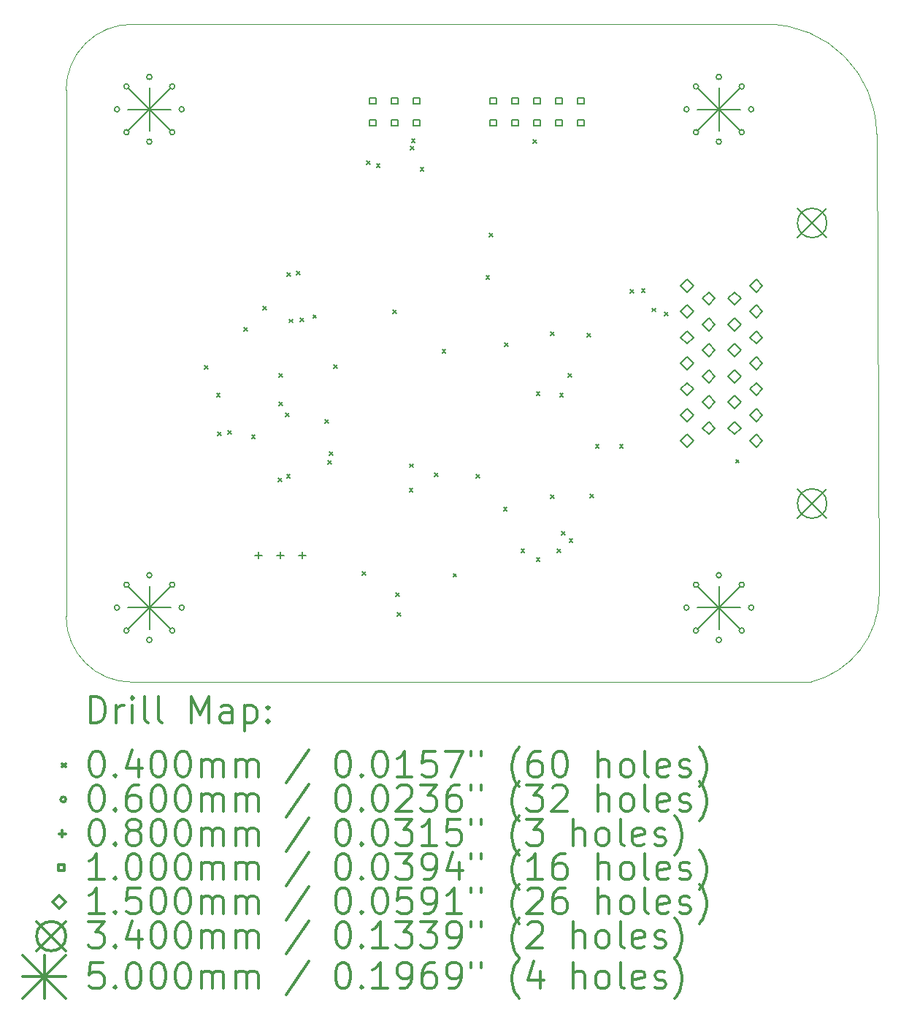
<source format=gbr>
%FSLAX45Y45*%
G04 Gerber Fmt 4.5, Leading zero omitted, Abs format (unit mm)*
G04 Created by KiCad (PCBNEW (5.1.12)-1) date 2022-07-24 10:45:52*
%MOMM*%
%LPD*%
G01*
G04 APERTURE LIST*
%TA.AperFunction,Profile*%
%ADD10C,0.050000*%
%TD*%
%ADD11C,0.200000*%
%ADD12C,0.300000*%
G04 APERTURE END LIST*
D10*
X12954000Y-8890000D02*
X12954000Y-8636000D01*
X12954000Y-14732000D02*
X12954000Y-8890000D01*
X21590000Y-15494000D02*
X13716000Y-15494000D01*
X13716000Y-15494000D02*
G75*
G02*
X12954000Y-14732000I0J762000D01*
G01*
X12954000Y-8636000D02*
G75*
G02*
X13716000Y-7874000I762000J0D01*
G01*
X21082000Y-7874000D02*
X13716000Y-7874000D01*
X21082000Y-7874000D02*
G75*
G02*
X22352000Y-9144000I0J-1270000D01*
G01*
X22383269Y-14478000D02*
X22352000Y-9144000D01*
X22383269Y-14478000D02*
G75*
G02*
X21590000Y-15494000I-1047269J0D01*
G01*
D11*
X14559600Y-11829100D02*
X14599600Y-11869100D01*
X14599600Y-11829100D02*
X14559600Y-11869100D01*
X14699300Y-12146600D02*
X14739300Y-12186600D01*
X14739300Y-12146600D02*
X14699300Y-12186600D01*
X14712000Y-12597450D02*
X14752000Y-12637450D01*
X14752000Y-12597450D02*
X14712000Y-12637450D01*
X14832650Y-12578400D02*
X14872650Y-12618400D01*
X14872650Y-12578400D02*
X14832650Y-12618400D01*
X15016800Y-11384600D02*
X15056800Y-11424600D01*
X15056800Y-11384600D02*
X15016800Y-11424600D01*
X15105700Y-12629200D02*
X15145700Y-12669200D01*
X15145700Y-12629200D02*
X15105700Y-12669200D01*
X15237780Y-11138220D02*
X15277780Y-11178220D01*
X15277780Y-11138220D02*
X15237780Y-11178220D01*
X15416850Y-13130850D02*
X15456850Y-13170850D01*
X15456850Y-13130850D02*
X15416850Y-13170850D01*
X15423200Y-11918000D02*
X15463200Y-11958000D01*
X15463200Y-11918000D02*
X15423200Y-11958000D01*
X15423200Y-12248200D02*
X15463200Y-12288200D01*
X15463200Y-12248200D02*
X15423200Y-12288200D01*
X15499400Y-12375200D02*
X15539400Y-12415200D01*
X15539400Y-12375200D02*
X15499400Y-12415200D01*
X15512100Y-13086400D02*
X15552100Y-13126400D01*
X15552100Y-13086400D02*
X15512100Y-13126400D01*
X15518450Y-10749600D02*
X15558450Y-10789600D01*
X15558450Y-10749600D02*
X15518450Y-10789600D01*
X15543850Y-11289350D02*
X15583850Y-11329350D01*
X15583850Y-11289350D02*
X15543850Y-11329350D01*
X15626400Y-10736900D02*
X15666400Y-10776900D01*
X15666400Y-10736900D02*
X15626400Y-10776900D01*
X15667040Y-11274110D02*
X15707040Y-11314110D01*
X15707040Y-11274110D02*
X15667040Y-11314110D01*
X15816900Y-11238550D02*
X15856900Y-11278550D01*
X15856900Y-11238550D02*
X15816900Y-11278550D01*
X15956600Y-12451400D02*
X15996600Y-12491400D01*
X15996600Y-12451400D02*
X15956600Y-12491400D01*
X15990890Y-12925110D02*
X16030890Y-12965110D01*
X16030890Y-12925110D02*
X15990890Y-12965110D01*
X16009940Y-12823510D02*
X16049940Y-12863510D01*
X16049940Y-12823510D02*
X16009940Y-12863510D01*
X16058200Y-11816400D02*
X16098200Y-11856400D01*
X16098200Y-11816400D02*
X16058200Y-11856400D01*
X16388400Y-14216700D02*
X16428400Y-14256700D01*
X16428400Y-14216700D02*
X16388400Y-14256700D01*
X16439200Y-9454200D02*
X16479200Y-9494200D01*
X16479200Y-9454200D02*
X16439200Y-9494200D01*
X16553500Y-9492300D02*
X16593500Y-9532300D01*
X16593500Y-9492300D02*
X16553500Y-9532300D01*
X16744000Y-11181400D02*
X16784000Y-11221400D01*
X16784000Y-11181400D02*
X16744000Y-11221400D01*
X16775750Y-14458000D02*
X16815750Y-14498000D01*
X16815750Y-14458000D02*
X16775750Y-14498000D01*
X16794800Y-14686600D02*
X16834800Y-14726600D01*
X16834800Y-14686600D02*
X16794800Y-14726600D01*
X16934500Y-13251500D02*
X16974500Y-13291500D01*
X16974500Y-13251500D02*
X16934500Y-13291500D01*
X16940850Y-12965750D02*
X16980850Y-13005750D01*
X16980850Y-12965750D02*
X16940850Y-13005750D01*
X16947200Y-9289100D02*
X16987200Y-9329100D01*
X16987200Y-9289100D02*
X16947200Y-9329100D01*
X16959900Y-9200200D02*
X16999900Y-9240200D01*
X16999900Y-9200200D02*
X16959900Y-9240200D01*
X17061500Y-9530400D02*
X17101500Y-9570400D01*
X17101500Y-9530400D02*
X17061500Y-9570400D01*
X17226600Y-13073700D02*
X17266600Y-13113700D01*
X17266600Y-13073700D02*
X17226600Y-13113700D01*
X17315500Y-11638600D02*
X17355500Y-11678600D01*
X17355500Y-11638600D02*
X17315500Y-11678600D01*
X17442500Y-14235750D02*
X17482500Y-14275750D01*
X17482500Y-14235750D02*
X17442500Y-14275750D01*
X17709200Y-13086400D02*
X17749200Y-13126400D01*
X17749200Y-13086400D02*
X17709200Y-13126400D01*
X17823500Y-10787700D02*
X17863500Y-10827700D01*
X17863500Y-10787700D02*
X17823500Y-10827700D01*
X17861600Y-10292400D02*
X17901600Y-10332400D01*
X17901600Y-10292400D02*
X17861600Y-10332400D01*
X18026700Y-13467400D02*
X18066700Y-13507400D01*
X18066700Y-13467400D02*
X18026700Y-13507400D01*
X18039400Y-11562400D02*
X18079400Y-11602400D01*
X18079400Y-11562400D02*
X18039400Y-11602400D01*
X18229900Y-13950000D02*
X18269900Y-13990000D01*
X18269900Y-13950000D02*
X18229900Y-13990000D01*
X18369600Y-9212900D02*
X18409600Y-9252900D01*
X18409600Y-9212900D02*
X18369600Y-9252900D01*
X18407700Y-12133900D02*
X18447700Y-12173900D01*
X18447700Y-12133900D02*
X18407700Y-12173900D01*
X18407700Y-14051600D02*
X18447700Y-14091600D01*
X18447700Y-14051600D02*
X18407700Y-14091600D01*
X18572800Y-11435400D02*
X18612800Y-11475400D01*
X18612800Y-11435400D02*
X18572800Y-11475400D01*
X18572800Y-13327700D02*
X18612800Y-13367700D01*
X18612800Y-13327700D02*
X18572800Y-13367700D01*
X18649000Y-13950000D02*
X18689000Y-13990000D01*
X18689000Y-13950000D02*
X18649000Y-13990000D01*
X18678098Y-12150298D02*
X18718098Y-12190298D01*
X18718098Y-12150298D02*
X18678098Y-12190298D01*
X18699800Y-13746800D02*
X18739800Y-13786800D01*
X18739800Y-13746800D02*
X18699800Y-13786800D01*
X18776000Y-11918000D02*
X18816000Y-11958000D01*
X18816000Y-11918000D02*
X18776000Y-11958000D01*
X18788700Y-13835700D02*
X18828700Y-13875700D01*
X18828700Y-13835700D02*
X18788700Y-13875700D01*
X18998250Y-11454450D02*
X19038250Y-11494450D01*
X19038250Y-11454450D02*
X18998250Y-11494450D01*
X19030000Y-13315000D02*
X19070000Y-13355000D01*
X19070000Y-13315000D02*
X19030000Y-13355000D01*
X19093500Y-12743500D02*
X19133500Y-12783500D01*
X19133500Y-12743500D02*
X19093500Y-12783500D01*
X19372900Y-12743500D02*
X19412900Y-12783500D01*
X19412900Y-12743500D02*
X19372900Y-12783500D01*
X19493550Y-10946450D02*
X19533550Y-10986450D01*
X19533550Y-10946450D02*
X19493550Y-10986450D01*
X19626900Y-10940100D02*
X19666900Y-10980100D01*
X19666900Y-10940100D02*
X19626900Y-10980100D01*
X19747550Y-11162350D02*
X19787550Y-11202350D01*
X19787550Y-11162350D02*
X19747550Y-11202350D01*
X19893600Y-11206800D02*
X19933600Y-11246800D01*
X19933600Y-11206800D02*
X19893600Y-11246800D01*
X20719100Y-12914950D02*
X20759100Y-12954950D01*
X20759100Y-12914950D02*
X20719100Y-12954950D01*
X13574200Y-8858250D02*
G75*
G03*
X13574200Y-8858250I-30000J0D01*
G01*
X13574200Y-14630400D02*
G75*
G03*
X13574200Y-14630400I-30000J0D01*
G01*
X13684035Y-8593085D02*
G75*
G03*
X13684035Y-8593085I-30000J0D01*
G01*
X13684035Y-9123415D02*
G75*
G03*
X13684035Y-9123415I-30000J0D01*
G01*
X13684035Y-14365235D02*
G75*
G03*
X13684035Y-14365235I-30000J0D01*
G01*
X13684035Y-14895565D02*
G75*
G03*
X13684035Y-14895565I-30000J0D01*
G01*
X13949200Y-8483250D02*
G75*
G03*
X13949200Y-8483250I-30000J0D01*
G01*
X13949200Y-9233250D02*
G75*
G03*
X13949200Y-9233250I-30000J0D01*
G01*
X13949200Y-14255400D02*
G75*
G03*
X13949200Y-14255400I-30000J0D01*
G01*
X13949200Y-15005400D02*
G75*
G03*
X13949200Y-15005400I-30000J0D01*
G01*
X14214365Y-8593085D02*
G75*
G03*
X14214365Y-8593085I-30000J0D01*
G01*
X14214365Y-9123415D02*
G75*
G03*
X14214365Y-9123415I-30000J0D01*
G01*
X14214365Y-14365235D02*
G75*
G03*
X14214365Y-14365235I-30000J0D01*
G01*
X14214365Y-14895565D02*
G75*
G03*
X14214365Y-14895565I-30000J0D01*
G01*
X14324200Y-8858250D02*
G75*
G03*
X14324200Y-8858250I-30000J0D01*
G01*
X14324200Y-14630400D02*
G75*
G03*
X14324200Y-14630400I-30000J0D01*
G01*
X20178200Y-8858250D02*
G75*
G03*
X20178200Y-8858250I-30000J0D01*
G01*
X20178200Y-14630400D02*
G75*
G03*
X20178200Y-14630400I-30000J0D01*
G01*
X20288035Y-8593085D02*
G75*
G03*
X20288035Y-8593085I-30000J0D01*
G01*
X20288035Y-9123415D02*
G75*
G03*
X20288035Y-9123415I-30000J0D01*
G01*
X20288035Y-14365235D02*
G75*
G03*
X20288035Y-14365235I-30000J0D01*
G01*
X20288035Y-14895565D02*
G75*
G03*
X20288035Y-14895565I-30000J0D01*
G01*
X20553200Y-8483250D02*
G75*
G03*
X20553200Y-8483250I-30000J0D01*
G01*
X20553200Y-9233250D02*
G75*
G03*
X20553200Y-9233250I-30000J0D01*
G01*
X20553200Y-14255400D02*
G75*
G03*
X20553200Y-14255400I-30000J0D01*
G01*
X20553200Y-15005400D02*
G75*
G03*
X20553200Y-15005400I-30000J0D01*
G01*
X20818365Y-8593085D02*
G75*
G03*
X20818365Y-8593085I-30000J0D01*
G01*
X20818365Y-9123415D02*
G75*
G03*
X20818365Y-9123415I-30000J0D01*
G01*
X20818365Y-14365235D02*
G75*
G03*
X20818365Y-14365235I-30000J0D01*
G01*
X20818365Y-14895565D02*
G75*
G03*
X20818365Y-14895565I-30000J0D01*
G01*
X20928200Y-8858250D02*
G75*
G03*
X20928200Y-8858250I-30000J0D01*
G01*
X20928200Y-14630400D02*
G75*
G03*
X20928200Y-14630400I-30000J0D01*
G01*
X15185390Y-13984610D02*
X15185390Y-14064610D01*
X15145390Y-14024610D02*
X15225390Y-14024610D01*
X15439390Y-13984610D02*
X15439390Y-14064610D01*
X15399390Y-14024610D02*
X15479390Y-14024610D01*
X15693390Y-13984610D02*
X15693390Y-14064610D01*
X15653390Y-14024610D02*
X15733390Y-14024610D01*
X16545356Y-8798356D02*
X16545356Y-8727644D01*
X16474644Y-8727644D01*
X16474644Y-8798356D01*
X16545356Y-8798356D01*
X16545356Y-9052356D02*
X16545356Y-8981644D01*
X16474644Y-8981644D01*
X16474644Y-9052356D01*
X16545356Y-9052356D01*
X16799356Y-8798356D02*
X16799356Y-8727644D01*
X16728644Y-8727644D01*
X16728644Y-8798356D01*
X16799356Y-8798356D01*
X16799356Y-9052356D02*
X16799356Y-8981644D01*
X16728644Y-8981644D01*
X16728644Y-9052356D01*
X16799356Y-9052356D01*
X17053356Y-8798356D02*
X17053356Y-8727644D01*
X16982644Y-8727644D01*
X16982644Y-8798356D01*
X17053356Y-8798356D01*
X17053356Y-9052356D02*
X17053356Y-8981644D01*
X16982644Y-8981644D01*
X16982644Y-9052356D01*
X17053356Y-9052356D01*
X17942356Y-8798356D02*
X17942356Y-8727644D01*
X17871644Y-8727644D01*
X17871644Y-8798356D01*
X17942356Y-8798356D01*
X17942356Y-9052356D02*
X17942356Y-8981644D01*
X17871644Y-8981644D01*
X17871644Y-9052356D01*
X17942356Y-9052356D01*
X18196356Y-8798356D02*
X18196356Y-8727644D01*
X18125644Y-8727644D01*
X18125644Y-8798356D01*
X18196356Y-8798356D01*
X18196356Y-9052356D02*
X18196356Y-8981644D01*
X18125644Y-8981644D01*
X18125644Y-9052356D01*
X18196356Y-9052356D01*
X18450356Y-8798356D02*
X18450356Y-8727644D01*
X18379644Y-8727644D01*
X18379644Y-8798356D01*
X18450356Y-8798356D01*
X18450356Y-9052356D02*
X18450356Y-8981644D01*
X18379644Y-8981644D01*
X18379644Y-9052356D01*
X18450356Y-9052356D01*
X18704356Y-8798356D02*
X18704356Y-8727644D01*
X18633644Y-8727644D01*
X18633644Y-8798356D01*
X18704356Y-8798356D01*
X18704356Y-9052356D02*
X18704356Y-8981644D01*
X18633644Y-8981644D01*
X18633644Y-9052356D01*
X18704356Y-9052356D01*
X18958356Y-8798356D02*
X18958356Y-8727644D01*
X18887644Y-8727644D01*
X18887644Y-8798356D01*
X18958356Y-8798356D01*
X18958356Y-9052356D02*
X18958356Y-8981644D01*
X18887644Y-8981644D01*
X18887644Y-9052356D01*
X18958356Y-9052356D01*
X20155000Y-10975000D02*
X20230000Y-10900000D01*
X20155000Y-10825000D01*
X20080000Y-10900000D01*
X20155000Y-10975000D01*
X20155000Y-11275000D02*
X20230000Y-11200000D01*
X20155000Y-11125000D01*
X20080000Y-11200000D01*
X20155000Y-11275000D01*
X20155000Y-11575000D02*
X20230000Y-11500000D01*
X20155000Y-11425000D01*
X20080000Y-11500000D01*
X20155000Y-11575000D01*
X20155000Y-11875000D02*
X20230000Y-11800000D01*
X20155000Y-11725000D01*
X20080000Y-11800000D01*
X20155000Y-11875000D01*
X20155000Y-12175000D02*
X20230000Y-12100000D01*
X20155000Y-12025000D01*
X20080000Y-12100000D01*
X20155000Y-12175000D01*
X20155000Y-12475000D02*
X20230000Y-12400000D01*
X20155000Y-12325000D01*
X20080000Y-12400000D01*
X20155000Y-12475000D01*
X20155000Y-12775000D02*
X20230000Y-12700000D01*
X20155000Y-12625000D01*
X20080000Y-12700000D01*
X20155000Y-12775000D01*
X20405000Y-11125000D02*
X20480000Y-11050000D01*
X20405000Y-10975000D01*
X20330000Y-11050000D01*
X20405000Y-11125000D01*
X20405000Y-11425000D02*
X20480000Y-11350000D01*
X20405000Y-11275000D01*
X20330000Y-11350000D01*
X20405000Y-11425000D01*
X20405000Y-11725000D02*
X20480000Y-11650000D01*
X20405000Y-11575000D01*
X20330000Y-11650000D01*
X20405000Y-11725000D01*
X20405000Y-12025000D02*
X20480000Y-11950000D01*
X20405000Y-11875000D01*
X20330000Y-11950000D01*
X20405000Y-12025000D01*
X20405000Y-12325000D02*
X20480000Y-12250000D01*
X20405000Y-12175000D01*
X20330000Y-12250000D01*
X20405000Y-12325000D01*
X20405000Y-12625000D02*
X20480000Y-12550000D01*
X20405000Y-12475000D01*
X20330000Y-12550000D01*
X20405000Y-12625000D01*
X20705000Y-11125000D02*
X20780000Y-11050000D01*
X20705000Y-10975000D01*
X20630000Y-11050000D01*
X20705000Y-11125000D01*
X20705000Y-11425000D02*
X20780000Y-11350000D01*
X20705000Y-11275000D01*
X20630000Y-11350000D01*
X20705000Y-11425000D01*
X20705000Y-11725000D02*
X20780000Y-11650000D01*
X20705000Y-11575000D01*
X20630000Y-11650000D01*
X20705000Y-11725000D01*
X20705000Y-12025000D02*
X20780000Y-11950000D01*
X20705000Y-11875000D01*
X20630000Y-11950000D01*
X20705000Y-12025000D01*
X20705000Y-12325000D02*
X20780000Y-12250000D01*
X20705000Y-12175000D01*
X20630000Y-12250000D01*
X20705000Y-12325000D01*
X20705000Y-12625000D02*
X20780000Y-12550000D01*
X20705000Y-12475000D01*
X20630000Y-12550000D01*
X20705000Y-12625000D01*
X20955000Y-10975000D02*
X21030000Y-10900000D01*
X20955000Y-10825000D01*
X20880000Y-10900000D01*
X20955000Y-10975000D01*
X20955000Y-11275000D02*
X21030000Y-11200000D01*
X20955000Y-11125000D01*
X20880000Y-11200000D01*
X20955000Y-11275000D01*
X20955000Y-11575000D02*
X21030000Y-11500000D01*
X20955000Y-11425000D01*
X20880000Y-11500000D01*
X20955000Y-11575000D01*
X20955000Y-11875000D02*
X21030000Y-11800000D01*
X20955000Y-11725000D01*
X20880000Y-11800000D01*
X20955000Y-11875000D01*
X20955000Y-12175000D02*
X21030000Y-12100000D01*
X20955000Y-12025000D01*
X20880000Y-12100000D01*
X20955000Y-12175000D01*
X20955000Y-12475000D02*
X21030000Y-12400000D01*
X20955000Y-12325000D01*
X20880000Y-12400000D01*
X20955000Y-12475000D01*
X20955000Y-12775000D02*
X21030000Y-12700000D01*
X20955000Y-12625000D01*
X20880000Y-12700000D01*
X20955000Y-12775000D01*
X21435000Y-10005000D02*
X21775000Y-10345000D01*
X21775000Y-10005000D02*
X21435000Y-10345000D01*
X21775000Y-10175000D02*
G75*
G03*
X21775000Y-10175000I-170000J0D01*
G01*
X21435000Y-13255000D02*
X21775000Y-13595000D01*
X21775000Y-13255000D02*
X21435000Y-13595000D01*
X21775000Y-13425000D02*
G75*
G03*
X21775000Y-13425000I-170000J0D01*
G01*
X13669200Y-8608250D02*
X14169200Y-9108250D01*
X14169200Y-8608250D02*
X13669200Y-9108250D01*
X13919200Y-8608250D02*
X13919200Y-9108250D01*
X13669200Y-8858250D02*
X14169200Y-8858250D01*
X13669200Y-14380400D02*
X14169200Y-14880400D01*
X14169200Y-14380400D02*
X13669200Y-14880400D01*
X13919200Y-14380400D02*
X13919200Y-14880400D01*
X13669200Y-14630400D02*
X14169200Y-14630400D01*
X20273200Y-8608250D02*
X20773200Y-9108250D01*
X20773200Y-8608250D02*
X20273200Y-9108250D01*
X20523200Y-8608250D02*
X20523200Y-9108250D01*
X20273200Y-8858250D02*
X20773200Y-8858250D01*
X20273200Y-14380400D02*
X20773200Y-14880400D01*
X20773200Y-14380400D02*
X20273200Y-14880400D01*
X20523200Y-14380400D02*
X20523200Y-14880400D01*
X20273200Y-14630400D02*
X20773200Y-14630400D01*
D12*
X13237928Y-15962214D02*
X13237928Y-15662214D01*
X13309357Y-15662214D01*
X13352214Y-15676500D01*
X13380786Y-15705071D01*
X13395071Y-15733643D01*
X13409357Y-15790786D01*
X13409357Y-15833643D01*
X13395071Y-15890786D01*
X13380786Y-15919357D01*
X13352214Y-15947929D01*
X13309357Y-15962214D01*
X13237928Y-15962214D01*
X13537928Y-15962214D02*
X13537928Y-15762214D01*
X13537928Y-15819357D02*
X13552214Y-15790786D01*
X13566500Y-15776500D01*
X13595071Y-15762214D01*
X13623643Y-15762214D01*
X13723643Y-15962214D02*
X13723643Y-15762214D01*
X13723643Y-15662214D02*
X13709357Y-15676500D01*
X13723643Y-15690786D01*
X13737928Y-15676500D01*
X13723643Y-15662214D01*
X13723643Y-15690786D01*
X13909357Y-15962214D02*
X13880786Y-15947929D01*
X13866500Y-15919357D01*
X13866500Y-15662214D01*
X14066500Y-15962214D02*
X14037928Y-15947929D01*
X14023643Y-15919357D01*
X14023643Y-15662214D01*
X14409357Y-15962214D02*
X14409357Y-15662214D01*
X14509357Y-15876500D01*
X14609357Y-15662214D01*
X14609357Y-15962214D01*
X14880786Y-15962214D02*
X14880786Y-15805071D01*
X14866500Y-15776500D01*
X14837928Y-15762214D01*
X14780786Y-15762214D01*
X14752214Y-15776500D01*
X14880786Y-15947929D02*
X14852214Y-15962214D01*
X14780786Y-15962214D01*
X14752214Y-15947929D01*
X14737928Y-15919357D01*
X14737928Y-15890786D01*
X14752214Y-15862214D01*
X14780786Y-15847929D01*
X14852214Y-15847929D01*
X14880786Y-15833643D01*
X15023643Y-15762214D02*
X15023643Y-16062214D01*
X15023643Y-15776500D02*
X15052214Y-15762214D01*
X15109357Y-15762214D01*
X15137928Y-15776500D01*
X15152214Y-15790786D01*
X15166500Y-15819357D01*
X15166500Y-15905071D01*
X15152214Y-15933643D01*
X15137928Y-15947929D01*
X15109357Y-15962214D01*
X15052214Y-15962214D01*
X15023643Y-15947929D01*
X15295071Y-15933643D02*
X15309357Y-15947929D01*
X15295071Y-15962214D01*
X15280786Y-15947929D01*
X15295071Y-15933643D01*
X15295071Y-15962214D01*
X15295071Y-15776500D02*
X15309357Y-15790786D01*
X15295071Y-15805071D01*
X15280786Y-15790786D01*
X15295071Y-15776500D01*
X15295071Y-15805071D01*
X12911500Y-16436500D02*
X12951500Y-16476500D01*
X12951500Y-16436500D02*
X12911500Y-16476500D01*
X13295071Y-16292214D02*
X13323643Y-16292214D01*
X13352214Y-16306500D01*
X13366500Y-16320786D01*
X13380786Y-16349357D01*
X13395071Y-16406500D01*
X13395071Y-16477929D01*
X13380786Y-16535071D01*
X13366500Y-16563643D01*
X13352214Y-16577929D01*
X13323643Y-16592214D01*
X13295071Y-16592214D01*
X13266500Y-16577929D01*
X13252214Y-16563643D01*
X13237928Y-16535071D01*
X13223643Y-16477929D01*
X13223643Y-16406500D01*
X13237928Y-16349357D01*
X13252214Y-16320786D01*
X13266500Y-16306500D01*
X13295071Y-16292214D01*
X13523643Y-16563643D02*
X13537928Y-16577929D01*
X13523643Y-16592214D01*
X13509357Y-16577929D01*
X13523643Y-16563643D01*
X13523643Y-16592214D01*
X13795071Y-16392214D02*
X13795071Y-16592214D01*
X13723643Y-16277929D02*
X13652214Y-16492214D01*
X13837928Y-16492214D01*
X14009357Y-16292214D02*
X14037928Y-16292214D01*
X14066500Y-16306500D01*
X14080786Y-16320786D01*
X14095071Y-16349357D01*
X14109357Y-16406500D01*
X14109357Y-16477929D01*
X14095071Y-16535071D01*
X14080786Y-16563643D01*
X14066500Y-16577929D01*
X14037928Y-16592214D01*
X14009357Y-16592214D01*
X13980786Y-16577929D01*
X13966500Y-16563643D01*
X13952214Y-16535071D01*
X13937928Y-16477929D01*
X13937928Y-16406500D01*
X13952214Y-16349357D01*
X13966500Y-16320786D01*
X13980786Y-16306500D01*
X14009357Y-16292214D01*
X14295071Y-16292214D02*
X14323643Y-16292214D01*
X14352214Y-16306500D01*
X14366500Y-16320786D01*
X14380786Y-16349357D01*
X14395071Y-16406500D01*
X14395071Y-16477929D01*
X14380786Y-16535071D01*
X14366500Y-16563643D01*
X14352214Y-16577929D01*
X14323643Y-16592214D01*
X14295071Y-16592214D01*
X14266500Y-16577929D01*
X14252214Y-16563643D01*
X14237928Y-16535071D01*
X14223643Y-16477929D01*
X14223643Y-16406500D01*
X14237928Y-16349357D01*
X14252214Y-16320786D01*
X14266500Y-16306500D01*
X14295071Y-16292214D01*
X14523643Y-16592214D02*
X14523643Y-16392214D01*
X14523643Y-16420786D02*
X14537928Y-16406500D01*
X14566500Y-16392214D01*
X14609357Y-16392214D01*
X14637928Y-16406500D01*
X14652214Y-16435071D01*
X14652214Y-16592214D01*
X14652214Y-16435071D02*
X14666500Y-16406500D01*
X14695071Y-16392214D01*
X14737928Y-16392214D01*
X14766500Y-16406500D01*
X14780786Y-16435071D01*
X14780786Y-16592214D01*
X14923643Y-16592214D02*
X14923643Y-16392214D01*
X14923643Y-16420786D02*
X14937928Y-16406500D01*
X14966500Y-16392214D01*
X15009357Y-16392214D01*
X15037928Y-16406500D01*
X15052214Y-16435071D01*
X15052214Y-16592214D01*
X15052214Y-16435071D02*
X15066500Y-16406500D01*
X15095071Y-16392214D01*
X15137928Y-16392214D01*
X15166500Y-16406500D01*
X15180786Y-16435071D01*
X15180786Y-16592214D01*
X15766500Y-16277929D02*
X15509357Y-16663643D01*
X16152214Y-16292214D02*
X16180786Y-16292214D01*
X16209357Y-16306500D01*
X16223643Y-16320786D01*
X16237928Y-16349357D01*
X16252214Y-16406500D01*
X16252214Y-16477929D01*
X16237928Y-16535071D01*
X16223643Y-16563643D01*
X16209357Y-16577929D01*
X16180786Y-16592214D01*
X16152214Y-16592214D01*
X16123643Y-16577929D01*
X16109357Y-16563643D01*
X16095071Y-16535071D01*
X16080786Y-16477929D01*
X16080786Y-16406500D01*
X16095071Y-16349357D01*
X16109357Y-16320786D01*
X16123643Y-16306500D01*
X16152214Y-16292214D01*
X16380786Y-16563643D02*
X16395071Y-16577929D01*
X16380786Y-16592214D01*
X16366500Y-16577929D01*
X16380786Y-16563643D01*
X16380786Y-16592214D01*
X16580786Y-16292214D02*
X16609357Y-16292214D01*
X16637928Y-16306500D01*
X16652214Y-16320786D01*
X16666500Y-16349357D01*
X16680786Y-16406500D01*
X16680786Y-16477929D01*
X16666500Y-16535071D01*
X16652214Y-16563643D01*
X16637928Y-16577929D01*
X16609357Y-16592214D01*
X16580786Y-16592214D01*
X16552214Y-16577929D01*
X16537928Y-16563643D01*
X16523643Y-16535071D01*
X16509357Y-16477929D01*
X16509357Y-16406500D01*
X16523643Y-16349357D01*
X16537928Y-16320786D01*
X16552214Y-16306500D01*
X16580786Y-16292214D01*
X16966500Y-16592214D02*
X16795071Y-16592214D01*
X16880786Y-16592214D02*
X16880786Y-16292214D01*
X16852214Y-16335071D01*
X16823643Y-16363643D01*
X16795071Y-16377929D01*
X17237928Y-16292214D02*
X17095071Y-16292214D01*
X17080786Y-16435071D01*
X17095071Y-16420786D01*
X17123643Y-16406500D01*
X17195071Y-16406500D01*
X17223643Y-16420786D01*
X17237928Y-16435071D01*
X17252214Y-16463643D01*
X17252214Y-16535071D01*
X17237928Y-16563643D01*
X17223643Y-16577929D01*
X17195071Y-16592214D01*
X17123643Y-16592214D01*
X17095071Y-16577929D01*
X17080786Y-16563643D01*
X17352214Y-16292214D02*
X17552214Y-16292214D01*
X17423643Y-16592214D01*
X17652214Y-16292214D02*
X17652214Y-16349357D01*
X17766500Y-16292214D02*
X17766500Y-16349357D01*
X18209357Y-16706500D02*
X18195071Y-16692214D01*
X18166500Y-16649357D01*
X18152214Y-16620786D01*
X18137928Y-16577929D01*
X18123643Y-16506500D01*
X18123643Y-16449357D01*
X18137928Y-16377929D01*
X18152214Y-16335071D01*
X18166500Y-16306500D01*
X18195071Y-16263643D01*
X18209357Y-16249357D01*
X18452214Y-16292214D02*
X18395071Y-16292214D01*
X18366500Y-16306500D01*
X18352214Y-16320786D01*
X18323643Y-16363643D01*
X18309357Y-16420786D01*
X18309357Y-16535071D01*
X18323643Y-16563643D01*
X18337928Y-16577929D01*
X18366500Y-16592214D01*
X18423643Y-16592214D01*
X18452214Y-16577929D01*
X18466500Y-16563643D01*
X18480786Y-16535071D01*
X18480786Y-16463643D01*
X18466500Y-16435071D01*
X18452214Y-16420786D01*
X18423643Y-16406500D01*
X18366500Y-16406500D01*
X18337928Y-16420786D01*
X18323643Y-16435071D01*
X18309357Y-16463643D01*
X18666500Y-16292214D02*
X18695071Y-16292214D01*
X18723643Y-16306500D01*
X18737928Y-16320786D01*
X18752214Y-16349357D01*
X18766500Y-16406500D01*
X18766500Y-16477929D01*
X18752214Y-16535071D01*
X18737928Y-16563643D01*
X18723643Y-16577929D01*
X18695071Y-16592214D01*
X18666500Y-16592214D01*
X18637928Y-16577929D01*
X18623643Y-16563643D01*
X18609357Y-16535071D01*
X18595071Y-16477929D01*
X18595071Y-16406500D01*
X18609357Y-16349357D01*
X18623643Y-16320786D01*
X18637928Y-16306500D01*
X18666500Y-16292214D01*
X19123643Y-16592214D02*
X19123643Y-16292214D01*
X19252214Y-16592214D02*
X19252214Y-16435071D01*
X19237928Y-16406500D01*
X19209357Y-16392214D01*
X19166500Y-16392214D01*
X19137928Y-16406500D01*
X19123643Y-16420786D01*
X19437928Y-16592214D02*
X19409357Y-16577929D01*
X19395071Y-16563643D01*
X19380786Y-16535071D01*
X19380786Y-16449357D01*
X19395071Y-16420786D01*
X19409357Y-16406500D01*
X19437928Y-16392214D01*
X19480786Y-16392214D01*
X19509357Y-16406500D01*
X19523643Y-16420786D01*
X19537928Y-16449357D01*
X19537928Y-16535071D01*
X19523643Y-16563643D01*
X19509357Y-16577929D01*
X19480786Y-16592214D01*
X19437928Y-16592214D01*
X19709357Y-16592214D02*
X19680786Y-16577929D01*
X19666500Y-16549357D01*
X19666500Y-16292214D01*
X19937928Y-16577929D02*
X19909357Y-16592214D01*
X19852214Y-16592214D01*
X19823643Y-16577929D01*
X19809357Y-16549357D01*
X19809357Y-16435071D01*
X19823643Y-16406500D01*
X19852214Y-16392214D01*
X19909357Y-16392214D01*
X19937928Y-16406500D01*
X19952214Y-16435071D01*
X19952214Y-16463643D01*
X19809357Y-16492214D01*
X20066500Y-16577929D02*
X20095071Y-16592214D01*
X20152214Y-16592214D01*
X20180786Y-16577929D01*
X20195071Y-16549357D01*
X20195071Y-16535071D01*
X20180786Y-16506500D01*
X20152214Y-16492214D01*
X20109357Y-16492214D01*
X20080786Y-16477929D01*
X20066500Y-16449357D01*
X20066500Y-16435071D01*
X20080786Y-16406500D01*
X20109357Y-16392214D01*
X20152214Y-16392214D01*
X20180786Y-16406500D01*
X20295071Y-16706500D02*
X20309357Y-16692214D01*
X20337928Y-16649357D01*
X20352214Y-16620786D01*
X20366500Y-16577929D01*
X20380786Y-16506500D01*
X20380786Y-16449357D01*
X20366500Y-16377929D01*
X20352214Y-16335071D01*
X20337928Y-16306500D01*
X20309357Y-16263643D01*
X20295071Y-16249357D01*
X12951500Y-16852500D02*
G75*
G03*
X12951500Y-16852500I-30000J0D01*
G01*
X13295071Y-16688214D02*
X13323643Y-16688214D01*
X13352214Y-16702500D01*
X13366500Y-16716786D01*
X13380786Y-16745357D01*
X13395071Y-16802500D01*
X13395071Y-16873929D01*
X13380786Y-16931072D01*
X13366500Y-16959643D01*
X13352214Y-16973929D01*
X13323643Y-16988214D01*
X13295071Y-16988214D01*
X13266500Y-16973929D01*
X13252214Y-16959643D01*
X13237928Y-16931072D01*
X13223643Y-16873929D01*
X13223643Y-16802500D01*
X13237928Y-16745357D01*
X13252214Y-16716786D01*
X13266500Y-16702500D01*
X13295071Y-16688214D01*
X13523643Y-16959643D02*
X13537928Y-16973929D01*
X13523643Y-16988214D01*
X13509357Y-16973929D01*
X13523643Y-16959643D01*
X13523643Y-16988214D01*
X13795071Y-16688214D02*
X13737928Y-16688214D01*
X13709357Y-16702500D01*
X13695071Y-16716786D01*
X13666500Y-16759643D01*
X13652214Y-16816786D01*
X13652214Y-16931072D01*
X13666500Y-16959643D01*
X13680786Y-16973929D01*
X13709357Y-16988214D01*
X13766500Y-16988214D01*
X13795071Y-16973929D01*
X13809357Y-16959643D01*
X13823643Y-16931072D01*
X13823643Y-16859643D01*
X13809357Y-16831072D01*
X13795071Y-16816786D01*
X13766500Y-16802500D01*
X13709357Y-16802500D01*
X13680786Y-16816786D01*
X13666500Y-16831072D01*
X13652214Y-16859643D01*
X14009357Y-16688214D02*
X14037928Y-16688214D01*
X14066500Y-16702500D01*
X14080786Y-16716786D01*
X14095071Y-16745357D01*
X14109357Y-16802500D01*
X14109357Y-16873929D01*
X14095071Y-16931072D01*
X14080786Y-16959643D01*
X14066500Y-16973929D01*
X14037928Y-16988214D01*
X14009357Y-16988214D01*
X13980786Y-16973929D01*
X13966500Y-16959643D01*
X13952214Y-16931072D01*
X13937928Y-16873929D01*
X13937928Y-16802500D01*
X13952214Y-16745357D01*
X13966500Y-16716786D01*
X13980786Y-16702500D01*
X14009357Y-16688214D01*
X14295071Y-16688214D02*
X14323643Y-16688214D01*
X14352214Y-16702500D01*
X14366500Y-16716786D01*
X14380786Y-16745357D01*
X14395071Y-16802500D01*
X14395071Y-16873929D01*
X14380786Y-16931072D01*
X14366500Y-16959643D01*
X14352214Y-16973929D01*
X14323643Y-16988214D01*
X14295071Y-16988214D01*
X14266500Y-16973929D01*
X14252214Y-16959643D01*
X14237928Y-16931072D01*
X14223643Y-16873929D01*
X14223643Y-16802500D01*
X14237928Y-16745357D01*
X14252214Y-16716786D01*
X14266500Y-16702500D01*
X14295071Y-16688214D01*
X14523643Y-16988214D02*
X14523643Y-16788214D01*
X14523643Y-16816786D02*
X14537928Y-16802500D01*
X14566500Y-16788214D01*
X14609357Y-16788214D01*
X14637928Y-16802500D01*
X14652214Y-16831072D01*
X14652214Y-16988214D01*
X14652214Y-16831072D02*
X14666500Y-16802500D01*
X14695071Y-16788214D01*
X14737928Y-16788214D01*
X14766500Y-16802500D01*
X14780786Y-16831072D01*
X14780786Y-16988214D01*
X14923643Y-16988214D02*
X14923643Y-16788214D01*
X14923643Y-16816786D02*
X14937928Y-16802500D01*
X14966500Y-16788214D01*
X15009357Y-16788214D01*
X15037928Y-16802500D01*
X15052214Y-16831072D01*
X15052214Y-16988214D01*
X15052214Y-16831072D02*
X15066500Y-16802500D01*
X15095071Y-16788214D01*
X15137928Y-16788214D01*
X15166500Y-16802500D01*
X15180786Y-16831072D01*
X15180786Y-16988214D01*
X15766500Y-16673929D02*
X15509357Y-17059643D01*
X16152214Y-16688214D02*
X16180786Y-16688214D01*
X16209357Y-16702500D01*
X16223643Y-16716786D01*
X16237928Y-16745357D01*
X16252214Y-16802500D01*
X16252214Y-16873929D01*
X16237928Y-16931072D01*
X16223643Y-16959643D01*
X16209357Y-16973929D01*
X16180786Y-16988214D01*
X16152214Y-16988214D01*
X16123643Y-16973929D01*
X16109357Y-16959643D01*
X16095071Y-16931072D01*
X16080786Y-16873929D01*
X16080786Y-16802500D01*
X16095071Y-16745357D01*
X16109357Y-16716786D01*
X16123643Y-16702500D01*
X16152214Y-16688214D01*
X16380786Y-16959643D02*
X16395071Y-16973929D01*
X16380786Y-16988214D01*
X16366500Y-16973929D01*
X16380786Y-16959643D01*
X16380786Y-16988214D01*
X16580786Y-16688214D02*
X16609357Y-16688214D01*
X16637928Y-16702500D01*
X16652214Y-16716786D01*
X16666500Y-16745357D01*
X16680786Y-16802500D01*
X16680786Y-16873929D01*
X16666500Y-16931072D01*
X16652214Y-16959643D01*
X16637928Y-16973929D01*
X16609357Y-16988214D01*
X16580786Y-16988214D01*
X16552214Y-16973929D01*
X16537928Y-16959643D01*
X16523643Y-16931072D01*
X16509357Y-16873929D01*
X16509357Y-16802500D01*
X16523643Y-16745357D01*
X16537928Y-16716786D01*
X16552214Y-16702500D01*
X16580786Y-16688214D01*
X16795071Y-16716786D02*
X16809357Y-16702500D01*
X16837928Y-16688214D01*
X16909357Y-16688214D01*
X16937928Y-16702500D01*
X16952214Y-16716786D01*
X16966500Y-16745357D01*
X16966500Y-16773929D01*
X16952214Y-16816786D01*
X16780786Y-16988214D01*
X16966500Y-16988214D01*
X17066500Y-16688214D02*
X17252214Y-16688214D01*
X17152214Y-16802500D01*
X17195071Y-16802500D01*
X17223643Y-16816786D01*
X17237928Y-16831072D01*
X17252214Y-16859643D01*
X17252214Y-16931072D01*
X17237928Y-16959643D01*
X17223643Y-16973929D01*
X17195071Y-16988214D01*
X17109357Y-16988214D01*
X17080786Y-16973929D01*
X17066500Y-16959643D01*
X17509357Y-16688214D02*
X17452214Y-16688214D01*
X17423643Y-16702500D01*
X17409357Y-16716786D01*
X17380786Y-16759643D01*
X17366500Y-16816786D01*
X17366500Y-16931072D01*
X17380786Y-16959643D01*
X17395071Y-16973929D01*
X17423643Y-16988214D01*
X17480786Y-16988214D01*
X17509357Y-16973929D01*
X17523643Y-16959643D01*
X17537928Y-16931072D01*
X17537928Y-16859643D01*
X17523643Y-16831072D01*
X17509357Y-16816786D01*
X17480786Y-16802500D01*
X17423643Y-16802500D01*
X17395071Y-16816786D01*
X17380786Y-16831072D01*
X17366500Y-16859643D01*
X17652214Y-16688214D02*
X17652214Y-16745357D01*
X17766500Y-16688214D02*
X17766500Y-16745357D01*
X18209357Y-17102500D02*
X18195071Y-17088214D01*
X18166500Y-17045357D01*
X18152214Y-17016786D01*
X18137928Y-16973929D01*
X18123643Y-16902500D01*
X18123643Y-16845357D01*
X18137928Y-16773929D01*
X18152214Y-16731071D01*
X18166500Y-16702500D01*
X18195071Y-16659643D01*
X18209357Y-16645357D01*
X18295071Y-16688214D02*
X18480786Y-16688214D01*
X18380786Y-16802500D01*
X18423643Y-16802500D01*
X18452214Y-16816786D01*
X18466500Y-16831072D01*
X18480786Y-16859643D01*
X18480786Y-16931072D01*
X18466500Y-16959643D01*
X18452214Y-16973929D01*
X18423643Y-16988214D01*
X18337928Y-16988214D01*
X18309357Y-16973929D01*
X18295071Y-16959643D01*
X18595071Y-16716786D02*
X18609357Y-16702500D01*
X18637928Y-16688214D01*
X18709357Y-16688214D01*
X18737928Y-16702500D01*
X18752214Y-16716786D01*
X18766500Y-16745357D01*
X18766500Y-16773929D01*
X18752214Y-16816786D01*
X18580786Y-16988214D01*
X18766500Y-16988214D01*
X19123643Y-16988214D02*
X19123643Y-16688214D01*
X19252214Y-16988214D02*
X19252214Y-16831072D01*
X19237928Y-16802500D01*
X19209357Y-16788214D01*
X19166500Y-16788214D01*
X19137928Y-16802500D01*
X19123643Y-16816786D01*
X19437928Y-16988214D02*
X19409357Y-16973929D01*
X19395071Y-16959643D01*
X19380786Y-16931072D01*
X19380786Y-16845357D01*
X19395071Y-16816786D01*
X19409357Y-16802500D01*
X19437928Y-16788214D01*
X19480786Y-16788214D01*
X19509357Y-16802500D01*
X19523643Y-16816786D01*
X19537928Y-16845357D01*
X19537928Y-16931072D01*
X19523643Y-16959643D01*
X19509357Y-16973929D01*
X19480786Y-16988214D01*
X19437928Y-16988214D01*
X19709357Y-16988214D02*
X19680786Y-16973929D01*
X19666500Y-16945357D01*
X19666500Y-16688214D01*
X19937928Y-16973929D02*
X19909357Y-16988214D01*
X19852214Y-16988214D01*
X19823643Y-16973929D01*
X19809357Y-16945357D01*
X19809357Y-16831072D01*
X19823643Y-16802500D01*
X19852214Y-16788214D01*
X19909357Y-16788214D01*
X19937928Y-16802500D01*
X19952214Y-16831072D01*
X19952214Y-16859643D01*
X19809357Y-16888214D01*
X20066500Y-16973929D02*
X20095071Y-16988214D01*
X20152214Y-16988214D01*
X20180786Y-16973929D01*
X20195071Y-16945357D01*
X20195071Y-16931072D01*
X20180786Y-16902500D01*
X20152214Y-16888214D01*
X20109357Y-16888214D01*
X20080786Y-16873929D01*
X20066500Y-16845357D01*
X20066500Y-16831072D01*
X20080786Y-16802500D01*
X20109357Y-16788214D01*
X20152214Y-16788214D01*
X20180786Y-16802500D01*
X20295071Y-17102500D02*
X20309357Y-17088214D01*
X20337928Y-17045357D01*
X20352214Y-17016786D01*
X20366500Y-16973929D01*
X20380786Y-16902500D01*
X20380786Y-16845357D01*
X20366500Y-16773929D01*
X20352214Y-16731071D01*
X20337928Y-16702500D01*
X20309357Y-16659643D01*
X20295071Y-16645357D01*
X12911500Y-17208500D02*
X12911500Y-17288500D01*
X12871500Y-17248500D02*
X12951500Y-17248500D01*
X13295071Y-17084214D02*
X13323643Y-17084214D01*
X13352214Y-17098500D01*
X13366500Y-17112786D01*
X13380786Y-17141357D01*
X13395071Y-17198500D01*
X13395071Y-17269929D01*
X13380786Y-17327072D01*
X13366500Y-17355643D01*
X13352214Y-17369929D01*
X13323643Y-17384214D01*
X13295071Y-17384214D01*
X13266500Y-17369929D01*
X13252214Y-17355643D01*
X13237928Y-17327072D01*
X13223643Y-17269929D01*
X13223643Y-17198500D01*
X13237928Y-17141357D01*
X13252214Y-17112786D01*
X13266500Y-17098500D01*
X13295071Y-17084214D01*
X13523643Y-17355643D02*
X13537928Y-17369929D01*
X13523643Y-17384214D01*
X13509357Y-17369929D01*
X13523643Y-17355643D01*
X13523643Y-17384214D01*
X13709357Y-17212786D02*
X13680786Y-17198500D01*
X13666500Y-17184214D01*
X13652214Y-17155643D01*
X13652214Y-17141357D01*
X13666500Y-17112786D01*
X13680786Y-17098500D01*
X13709357Y-17084214D01*
X13766500Y-17084214D01*
X13795071Y-17098500D01*
X13809357Y-17112786D01*
X13823643Y-17141357D01*
X13823643Y-17155643D01*
X13809357Y-17184214D01*
X13795071Y-17198500D01*
X13766500Y-17212786D01*
X13709357Y-17212786D01*
X13680786Y-17227072D01*
X13666500Y-17241357D01*
X13652214Y-17269929D01*
X13652214Y-17327072D01*
X13666500Y-17355643D01*
X13680786Y-17369929D01*
X13709357Y-17384214D01*
X13766500Y-17384214D01*
X13795071Y-17369929D01*
X13809357Y-17355643D01*
X13823643Y-17327072D01*
X13823643Y-17269929D01*
X13809357Y-17241357D01*
X13795071Y-17227072D01*
X13766500Y-17212786D01*
X14009357Y-17084214D02*
X14037928Y-17084214D01*
X14066500Y-17098500D01*
X14080786Y-17112786D01*
X14095071Y-17141357D01*
X14109357Y-17198500D01*
X14109357Y-17269929D01*
X14095071Y-17327072D01*
X14080786Y-17355643D01*
X14066500Y-17369929D01*
X14037928Y-17384214D01*
X14009357Y-17384214D01*
X13980786Y-17369929D01*
X13966500Y-17355643D01*
X13952214Y-17327072D01*
X13937928Y-17269929D01*
X13937928Y-17198500D01*
X13952214Y-17141357D01*
X13966500Y-17112786D01*
X13980786Y-17098500D01*
X14009357Y-17084214D01*
X14295071Y-17084214D02*
X14323643Y-17084214D01*
X14352214Y-17098500D01*
X14366500Y-17112786D01*
X14380786Y-17141357D01*
X14395071Y-17198500D01*
X14395071Y-17269929D01*
X14380786Y-17327072D01*
X14366500Y-17355643D01*
X14352214Y-17369929D01*
X14323643Y-17384214D01*
X14295071Y-17384214D01*
X14266500Y-17369929D01*
X14252214Y-17355643D01*
X14237928Y-17327072D01*
X14223643Y-17269929D01*
X14223643Y-17198500D01*
X14237928Y-17141357D01*
X14252214Y-17112786D01*
X14266500Y-17098500D01*
X14295071Y-17084214D01*
X14523643Y-17384214D02*
X14523643Y-17184214D01*
X14523643Y-17212786D02*
X14537928Y-17198500D01*
X14566500Y-17184214D01*
X14609357Y-17184214D01*
X14637928Y-17198500D01*
X14652214Y-17227072D01*
X14652214Y-17384214D01*
X14652214Y-17227072D02*
X14666500Y-17198500D01*
X14695071Y-17184214D01*
X14737928Y-17184214D01*
X14766500Y-17198500D01*
X14780786Y-17227072D01*
X14780786Y-17384214D01*
X14923643Y-17384214D02*
X14923643Y-17184214D01*
X14923643Y-17212786D02*
X14937928Y-17198500D01*
X14966500Y-17184214D01*
X15009357Y-17184214D01*
X15037928Y-17198500D01*
X15052214Y-17227072D01*
X15052214Y-17384214D01*
X15052214Y-17227072D02*
X15066500Y-17198500D01*
X15095071Y-17184214D01*
X15137928Y-17184214D01*
X15166500Y-17198500D01*
X15180786Y-17227072D01*
X15180786Y-17384214D01*
X15766500Y-17069929D02*
X15509357Y-17455643D01*
X16152214Y-17084214D02*
X16180786Y-17084214D01*
X16209357Y-17098500D01*
X16223643Y-17112786D01*
X16237928Y-17141357D01*
X16252214Y-17198500D01*
X16252214Y-17269929D01*
X16237928Y-17327072D01*
X16223643Y-17355643D01*
X16209357Y-17369929D01*
X16180786Y-17384214D01*
X16152214Y-17384214D01*
X16123643Y-17369929D01*
X16109357Y-17355643D01*
X16095071Y-17327072D01*
X16080786Y-17269929D01*
X16080786Y-17198500D01*
X16095071Y-17141357D01*
X16109357Y-17112786D01*
X16123643Y-17098500D01*
X16152214Y-17084214D01*
X16380786Y-17355643D02*
X16395071Y-17369929D01*
X16380786Y-17384214D01*
X16366500Y-17369929D01*
X16380786Y-17355643D01*
X16380786Y-17384214D01*
X16580786Y-17084214D02*
X16609357Y-17084214D01*
X16637928Y-17098500D01*
X16652214Y-17112786D01*
X16666500Y-17141357D01*
X16680786Y-17198500D01*
X16680786Y-17269929D01*
X16666500Y-17327072D01*
X16652214Y-17355643D01*
X16637928Y-17369929D01*
X16609357Y-17384214D01*
X16580786Y-17384214D01*
X16552214Y-17369929D01*
X16537928Y-17355643D01*
X16523643Y-17327072D01*
X16509357Y-17269929D01*
X16509357Y-17198500D01*
X16523643Y-17141357D01*
X16537928Y-17112786D01*
X16552214Y-17098500D01*
X16580786Y-17084214D01*
X16780786Y-17084214D02*
X16966500Y-17084214D01*
X16866500Y-17198500D01*
X16909357Y-17198500D01*
X16937928Y-17212786D01*
X16952214Y-17227072D01*
X16966500Y-17255643D01*
X16966500Y-17327072D01*
X16952214Y-17355643D01*
X16937928Y-17369929D01*
X16909357Y-17384214D01*
X16823643Y-17384214D01*
X16795071Y-17369929D01*
X16780786Y-17355643D01*
X17252214Y-17384214D02*
X17080786Y-17384214D01*
X17166500Y-17384214D02*
X17166500Y-17084214D01*
X17137928Y-17127072D01*
X17109357Y-17155643D01*
X17080786Y-17169929D01*
X17523643Y-17084214D02*
X17380786Y-17084214D01*
X17366500Y-17227072D01*
X17380786Y-17212786D01*
X17409357Y-17198500D01*
X17480786Y-17198500D01*
X17509357Y-17212786D01*
X17523643Y-17227072D01*
X17537928Y-17255643D01*
X17537928Y-17327072D01*
X17523643Y-17355643D01*
X17509357Y-17369929D01*
X17480786Y-17384214D01*
X17409357Y-17384214D01*
X17380786Y-17369929D01*
X17366500Y-17355643D01*
X17652214Y-17084214D02*
X17652214Y-17141357D01*
X17766500Y-17084214D02*
X17766500Y-17141357D01*
X18209357Y-17498500D02*
X18195071Y-17484214D01*
X18166500Y-17441357D01*
X18152214Y-17412786D01*
X18137928Y-17369929D01*
X18123643Y-17298500D01*
X18123643Y-17241357D01*
X18137928Y-17169929D01*
X18152214Y-17127072D01*
X18166500Y-17098500D01*
X18195071Y-17055643D01*
X18209357Y-17041357D01*
X18295071Y-17084214D02*
X18480786Y-17084214D01*
X18380786Y-17198500D01*
X18423643Y-17198500D01*
X18452214Y-17212786D01*
X18466500Y-17227072D01*
X18480786Y-17255643D01*
X18480786Y-17327072D01*
X18466500Y-17355643D01*
X18452214Y-17369929D01*
X18423643Y-17384214D01*
X18337928Y-17384214D01*
X18309357Y-17369929D01*
X18295071Y-17355643D01*
X18837928Y-17384214D02*
X18837928Y-17084214D01*
X18966500Y-17384214D02*
X18966500Y-17227072D01*
X18952214Y-17198500D01*
X18923643Y-17184214D01*
X18880786Y-17184214D01*
X18852214Y-17198500D01*
X18837928Y-17212786D01*
X19152214Y-17384214D02*
X19123643Y-17369929D01*
X19109357Y-17355643D01*
X19095071Y-17327072D01*
X19095071Y-17241357D01*
X19109357Y-17212786D01*
X19123643Y-17198500D01*
X19152214Y-17184214D01*
X19195071Y-17184214D01*
X19223643Y-17198500D01*
X19237928Y-17212786D01*
X19252214Y-17241357D01*
X19252214Y-17327072D01*
X19237928Y-17355643D01*
X19223643Y-17369929D01*
X19195071Y-17384214D01*
X19152214Y-17384214D01*
X19423643Y-17384214D02*
X19395071Y-17369929D01*
X19380786Y-17341357D01*
X19380786Y-17084214D01*
X19652214Y-17369929D02*
X19623643Y-17384214D01*
X19566500Y-17384214D01*
X19537928Y-17369929D01*
X19523643Y-17341357D01*
X19523643Y-17227072D01*
X19537928Y-17198500D01*
X19566500Y-17184214D01*
X19623643Y-17184214D01*
X19652214Y-17198500D01*
X19666500Y-17227072D01*
X19666500Y-17255643D01*
X19523643Y-17284214D01*
X19780786Y-17369929D02*
X19809357Y-17384214D01*
X19866500Y-17384214D01*
X19895071Y-17369929D01*
X19909357Y-17341357D01*
X19909357Y-17327072D01*
X19895071Y-17298500D01*
X19866500Y-17284214D01*
X19823643Y-17284214D01*
X19795071Y-17269929D01*
X19780786Y-17241357D01*
X19780786Y-17227072D01*
X19795071Y-17198500D01*
X19823643Y-17184214D01*
X19866500Y-17184214D01*
X19895071Y-17198500D01*
X20009357Y-17498500D02*
X20023643Y-17484214D01*
X20052214Y-17441357D01*
X20066500Y-17412786D01*
X20080786Y-17369929D01*
X20095071Y-17298500D01*
X20095071Y-17241357D01*
X20080786Y-17169929D01*
X20066500Y-17127072D01*
X20052214Y-17098500D01*
X20023643Y-17055643D01*
X20009357Y-17041357D01*
X12936856Y-17679856D02*
X12936856Y-17609144D01*
X12866144Y-17609144D01*
X12866144Y-17679856D01*
X12936856Y-17679856D01*
X13395071Y-17780214D02*
X13223643Y-17780214D01*
X13309357Y-17780214D02*
X13309357Y-17480214D01*
X13280786Y-17523072D01*
X13252214Y-17551643D01*
X13223643Y-17565929D01*
X13523643Y-17751643D02*
X13537928Y-17765929D01*
X13523643Y-17780214D01*
X13509357Y-17765929D01*
X13523643Y-17751643D01*
X13523643Y-17780214D01*
X13723643Y-17480214D02*
X13752214Y-17480214D01*
X13780786Y-17494500D01*
X13795071Y-17508786D01*
X13809357Y-17537357D01*
X13823643Y-17594500D01*
X13823643Y-17665929D01*
X13809357Y-17723072D01*
X13795071Y-17751643D01*
X13780786Y-17765929D01*
X13752214Y-17780214D01*
X13723643Y-17780214D01*
X13695071Y-17765929D01*
X13680786Y-17751643D01*
X13666500Y-17723072D01*
X13652214Y-17665929D01*
X13652214Y-17594500D01*
X13666500Y-17537357D01*
X13680786Y-17508786D01*
X13695071Y-17494500D01*
X13723643Y-17480214D01*
X14009357Y-17480214D02*
X14037928Y-17480214D01*
X14066500Y-17494500D01*
X14080786Y-17508786D01*
X14095071Y-17537357D01*
X14109357Y-17594500D01*
X14109357Y-17665929D01*
X14095071Y-17723072D01*
X14080786Y-17751643D01*
X14066500Y-17765929D01*
X14037928Y-17780214D01*
X14009357Y-17780214D01*
X13980786Y-17765929D01*
X13966500Y-17751643D01*
X13952214Y-17723072D01*
X13937928Y-17665929D01*
X13937928Y-17594500D01*
X13952214Y-17537357D01*
X13966500Y-17508786D01*
X13980786Y-17494500D01*
X14009357Y-17480214D01*
X14295071Y-17480214D02*
X14323643Y-17480214D01*
X14352214Y-17494500D01*
X14366500Y-17508786D01*
X14380786Y-17537357D01*
X14395071Y-17594500D01*
X14395071Y-17665929D01*
X14380786Y-17723072D01*
X14366500Y-17751643D01*
X14352214Y-17765929D01*
X14323643Y-17780214D01*
X14295071Y-17780214D01*
X14266500Y-17765929D01*
X14252214Y-17751643D01*
X14237928Y-17723072D01*
X14223643Y-17665929D01*
X14223643Y-17594500D01*
X14237928Y-17537357D01*
X14252214Y-17508786D01*
X14266500Y-17494500D01*
X14295071Y-17480214D01*
X14523643Y-17780214D02*
X14523643Y-17580214D01*
X14523643Y-17608786D02*
X14537928Y-17594500D01*
X14566500Y-17580214D01*
X14609357Y-17580214D01*
X14637928Y-17594500D01*
X14652214Y-17623072D01*
X14652214Y-17780214D01*
X14652214Y-17623072D02*
X14666500Y-17594500D01*
X14695071Y-17580214D01*
X14737928Y-17580214D01*
X14766500Y-17594500D01*
X14780786Y-17623072D01*
X14780786Y-17780214D01*
X14923643Y-17780214D02*
X14923643Y-17580214D01*
X14923643Y-17608786D02*
X14937928Y-17594500D01*
X14966500Y-17580214D01*
X15009357Y-17580214D01*
X15037928Y-17594500D01*
X15052214Y-17623072D01*
X15052214Y-17780214D01*
X15052214Y-17623072D02*
X15066500Y-17594500D01*
X15095071Y-17580214D01*
X15137928Y-17580214D01*
X15166500Y-17594500D01*
X15180786Y-17623072D01*
X15180786Y-17780214D01*
X15766500Y-17465929D02*
X15509357Y-17851643D01*
X16152214Y-17480214D02*
X16180786Y-17480214D01*
X16209357Y-17494500D01*
X16223643Y-17508786D01*
X16237928Y-17537357D01*
X16252214Y-17594500D01*
X16252214Y-17665929D01*
X16237928Y-17723072D01*
X16223643Y-17751643D01*
X16209357Y-17765929D01*
X16180786Y-17780214D01*
X16152214Y-17780214D01*
X16123643Y-17765929D01*
X16109357Y-17751643D01*
X16095071Y-17723072D01*
X16080786Y-17665929D01*
X16080786Y-17594500D01*
X16095071Y-17537357D01*
X16109357Y-17508786D01*
X16123643Y-17494500D01*
X16152214Y-17480214D01*
X16380786Y-17751643D02*
X16395071Y-17765929D01*
X16380786Y-17780214D01*
X16366500Y-17765929D01*
X16380786Y-17751643D01*
X16380786Y-17780214D01*
X16580786Y-17480214D02*
X16609357Y-17480214D01*
X16637928Y-17494500D01*
X16652214Y-17508786D01*
X16666500Y-17537357D01*
X16680786Y-17594500D01*
X16680786Y-17665929D01*
X16666500Y-17723072D01*
X16652214Y-17751643D01*
X16637928Y-17765929D01*
X16609357Y-17780214D01*
X16580786Y-17780214D01*
X16552214Y-17765929D01*
X16537928Y-17751643D01*
X16523643Y-17723072D01*
X16509357Y-17665929D01*
X16509357Y-17594500D01*
X16523643Y-17537357D01*
X16537928Y-17508786D01*
X16552214Y-17494500D01*
X16580786Y-17480214D01*
X16780786Y-17480214D02*
X16966500Y-17480214D01*
X16866500Y-17594500D01*
X16909357Y-17594500D01*
X16937928Y-17608786D01*
X16952214Y-17623072D01*
X16966500Y-17651643D01*
X16966500Y-17723072D01*
X16952214Y-17751643D01*
X16937928Y-17765929D01*
X16909357Y-17780214D01*
X16823643Y-17780214D01*
X16795071Y-17765929D01*
X16780786Y-17751643D01*
X17109357Y-17780214D02*
X17166500Y-17780214D01*
X17195071Y-17765929D01*
X17209357Y-17751643D01*
X17237928Y-17708786D01*
X17252214Y-17651643D01*
X17252214Y-17537357D01*
X17237928Y-17508786D01*
X17223643Y-17494500D01*
X17195071Y-17480214D01*
X17137928Y-17480214D01*
X17109357Y-17494500D01*
X17095071Y-17508786D01*
X17080786Y-17537357D01*
X17080786Y-17608786D01*
X17095071Y-17637357D01*
X17109357Y-17651643D01*
X17137928Y-17665929D01*
X17195071Y-17665929D01*
X17223643Y-17651643D01*
X17237928Y-17637357D01*
X17252214Y-17608786D01*
X17509357Y-17580214D02*
X17509357Y-17780214D01*
X17437928Y-17465929D02*
X17366500Y-17680214D01*
X17552214Y-17680214D01*
X17652214Y-17480214D02*
X17652214Y-17537357D01*
X17766500Y-17480214D02*
X17766500Y-17537357D01*
X18209357Y-17894500D02*
X18195071Y-17880214D01*
X18166500Y-17837357D01*
X18152214Y-17808786D01*
X18137928Y-17765929D01*
X18123643Y-17694500D01*
X18123643Y-17637357D01*
X18137928Y-17565929D01*
X18152214Y-17523072D01*
X18166500Y-17494500D01*
X18195071Y-17451643D01*
X18209357Y-17437357D01*
X18480786Y-17780214D02*
X18309357Y-17780214D01*
X18395071Y-17780214D02*
X18395071Y-17480214D01*
X18366500Y-17523072D01*
X18337928Y-17551643D01*
X18309357Y-17565929D01*
X18737928Y-17480214D02*
X18680786Y-17480214D01*
X18652214Y-17494500D01*
X18637928Y-17508786D01*
X18609357Y-17551643D01*
X18595071Y-17608786D01*
X18595071Y-17723072D01*
X18609357Y-17751643D01*
X18623643Y-17765929D01*
X18652214Y-17780214D01*
X18709357Y-17780214D01*
X18737928Y-17765929D01*
X18752214Y-17751643D01*
X18766500Y-17723072D01*
X18766500Y-17651643D01*
X18752214Y-17623072D01*
X18737928Y-17608786D01*
X18709357Y-17594500D01*
X18652214Y-17594500D01*
X18623643Y-17608786D01*
X18609357Y-17623072D01*
X18595071Y-17651643D01*
X19123643Y-17780214D02*
X19123643Y-17480214D01*
X19252214Y-17780214D02*
X19252214Y-17623072D01*
X19237928Y-17594500D01*
X19209357Y-17580214D01*
X19166500Y-17580214D01*
X19137928Y-17594500D01*
X19123643Y-17608786D01*
X19437928Y-17780214D02*
X19409357Y-17765929D01*
X19395071Y-17751643D01*
X19380786Y-17723072D01*
X19380786Y-17637357D01*
X19395071Y-17608786D01*
X19409357Y-17594500D01*
X19437928Y-17580214D01*
X19480786Y-17580214D01*
X19509357Y-17594500D01*
X19523643Y-17608786D01*
X19537928Y-17637357D01*
X19537928Y-17723072D01*
X19523643Y-17751643D01*
X19509357Y-17765929D01*
X19480786Y-17780214D01*
X19437928Y-17780214D01*
X19709357Y-17780214D02*
X19680786Y-17765929D01*
X19666500Y-17737357D01*
X19666500Y-17480214D01*
X19937928Y-17765929D02*
X19909357Y-17780214D01*
X19852214Y-17780214D01*
X19823643Y-17765929D01*
X19809357Y-17737357D01*
X19809357Y-17623072D01*
X19823643Y-17594500D01*
X19852214Y-17580214D01*
X19909357Y-17580214D01*
X19937928Y-17594500D01*
X19952214Y-17623072D01*
X19952214Y-17651643D01*
X19809357Y-17680214D01*
X20066500Y-17765929D02*
X20095071Y-17780214D01*
X20152214Y-17780214D01*
X20180786Y-17765929D01*
X20195071Y-17737357D01*
X20195071Y-17723072D01*
X20180786Y-17694500D01*
X20152214Y-17680214D01*
X20109357Y-17680214D01*
X20080786Y-17665929D01*
X20066500Y-17637357D01*
X20066500Y-17623072D01*
X20080786Y-17594500D01*
X20109357Y-17580214D01*
X20152214Y-17580214D01*
X20180786Y-17594500D01*
X20295071Y-17894500D02*
X20309357Y-17880214D01*
X20337928Y-17837357D01*
X20352214Y-17808786D01*
X20366500Y-17765929D01*
X20380786Y-17694500D01*
X20380786Y-17637357D01*
X20366500Y-17565929D01*
X20352214Y-17523072D01*
X20337928Y-17494500D01*
X20309357Y-17451643D01*
X20295071Y-17437357D01*
X12876500Y-18115500D02*
X12951500Y-18040500D01*
X12876500Y-17965500D01*
X12801500Y-18040500D01*
X12876500Y-18115500D01*
X13395071Y-18176214D02*
X13223643Y-18176214D01*
X13309357Y-18176214D02*
X13309357Y-17876214D01*
X13280786Y-17919072D01*
X13252214Y-17947643D01*
X13223643Y-17961929D01*
X13523643Y-18147643D02*
X13537928Y-18161929D01*
X13523643Y-18176214D01*
X13509357Y-18161929D01*
X13523643Y-18147643D01*
X13523643Y-18176214D01*
X13809357Y-17876214D02*
X13666500Y-17876214D01*
X13652214Y-18019072D01*
X13666500Y-18004786D01*
X13695071Y-17990500D01*
X13766500Y-17990500D01*
X13795071Y-18004786D01*
X13809357Y-18019072D01*
X13823643Y-18047643D01*
X13823643Y-18119072D01*
X13809357Y-18147643D01*
X13795071Y-18161929D01*
X13766500Y-18176214D01*
X13695071Y-18176214D01*
X13666500Y-18161929D01*
X13652214Y-18147643D01*
X14009357Y-17876214D02*
X14037928Y-17876214D01*
X14066500Y-17890500D01*
X14080786Y-17904786D01*
X14095071Y-17933357D01*
X14109357Y-17990500D01*
X14109357Y-18061929D01*
X14095071Y-18119072D01*
X14080786Y-18147643D01*
X14066500Y-18161929D01*
X14037928Y-18176214D01*
X14009357Y-18176214D01*
X13980786Y-18161929D01*
X13966500Y-18147643D01*
X13952214Y-18119072D01*
X13937928Y-18061929D01*
X13937928Y-17990500D01*
X13952214Y-17933357D01*
X13966500Y-17904786D01*
X13980786Y-17890500D01*
X14009357Y-17876214D01*
X14295071Y-17876214D02*
X14323643Y-17876214D01*
X14352214Y-17890500D01*
X14366500Y-17904786D01*
X14380786Y-17933357D01*
X14395071Y-17990500D01*
X14395071Y-18061929D01*
X14380786Y-18119072D01*
X14366500Y-18147643D01*
X14352214Y-18161929D01*
X14323643Y-18176214D01*
X14295071Y-18176214D01*
X14266500Y-18161929D01*
X14252214Y-18147643D01*
X14237928Y-18119072D01*
X14223643Y-18061929D01*
X14223643Y-17990500D01*
X14237928Y-17933357D01*
X14252214Y-17904786D01*
X14266500Y-17890500D01*
X14295071Y-17876214D01*
X14523643Y-18176214D02*
X14523643Y-17976214D01*
X14523643Y-18004786D02*
X14537928Y-17990500D01*
X14566500Y-17976214D01*
X14609357Y-17976214D01*
X14637928Y-17990500D01*
X14652214Y-18019072D01*
X14652214Y-18176214D01*
X14652214Y-18019072D02*
X14666500Y-17990500D01*
X14695071Y-17976214D01*
X14737928Y-17976214D01*
X14766500Y-17990500D01*
X14780786Y-18019072D01*
X14780786Y-18176214D01*
X14923643Y-18176214D02*
X14923643Y-17976214D01*
X14923643Y-18004786D02*
X14937928Y-17990500D01*
X14966500Y-17976214D01*
X15009357Y-17976214D01*
X15037928Y-17990500D01*
X15052214Y-18019072D01*
X15052214Y-18176214D01*
X15052214Y-18019072D02*
X15066500Y-17990500D01*
X15095071Y-17976214D01*
X15137928Y-17976214D01*
X15166500Y-17990500D01*
X15180786Y-18019072D01*
X15180786Y-18176214D01*
X15766500Y-17861929D02*
X15509357Y-18247643D01*
X16152214Y-17876214D02*
X16180786Y-17876214D01*
X16209357Y-17890500D01*
X16223643Y-17904786D01*
X16237928Y-17933357D01*
X16252214Y-17990500D01*
X16252214Y-18061929D01*
X16237928Y-18119072D01*
X16223643Y-18147643D01*
X16209357Y-18161929D01*
X16180786Y-18176214D01*
X16152214Y-18176214D01*
X16123643Y-18161929D01*
X16109357Y-18147643D01*
X16095071Y-18119072D01*
X16080786Y-18061929D01*
X16080786Y-17990500D01*
X16095071Y-17933357D01*
X16109357Y-17904786D01*
X16123643Y-17890500D01*
X16152214Y-17876214D01*
X16380786Y-18147643D02*
X16395071Y-18161929D01*
X16380786Y-18176214D01*
X16366500Y-18161929D01*
X16380786Y-18147643D01*
X16380786Y-18176214D01*
X16580786Y-17876214D02*
X16609357Y-17876214D01*
X16637928Y-17890500D01*
X16652214Y-17904786D01*
X16666500Y-17933357D01*
X16680786Y-17990500D01*
X16680786Y-18061929D01*
X16666500Y-18119072D01*
X16652214Y-18147643D01*
X16637928Y-18161929D01*
X16609357Y-18176214D01*
X16580786Y-18176214D01*
X16552214Y-18161929D01*
X16537928Y-18147643D01*
X16523643Y-18119072D01*
X16509357Y-18061929D01*
X16509357Y-17990500D01*
X16523643Y-17933357D01*
X16537928Y-17904786D01*
X16552214Y-17890500D01*
X16580786Y-17876214D01*
X16952214Y-17876214D02*
X16809357Y-17876214D01*
X16795071Y-18019072D01*
X16809357Y-18004786D01*
X16837928Y-17990500D01*
X16909357Y-17990500D01*
X16937928Y-18004786D01*
X16952214Y-18019072D01*
X16966500Y-18047643D01*
X16966500Y-18119072D01*
X16952214Y-18147643D01*
X16937928Y-18161929D01*
X16909357Y-18176214D01*
X16837928Y-18176214D01*
X16809357Y-18161929D01*
X16795071Y-18147643D01*
X17109357Y-18176214D02*
X17166500Y-18176214D01*
X17195071Y-18161929D01*
X17209357Y-18147643D01*
X17237928Y-18104786D01*
X17252214Y-18047643D01*
X17252214Y-17933357D01*
X17237928Y-17904786D01*
X17223643Y-17890500D01*
X17195071Y-17876214D01*
X17137928Y-17876214D01*
X17109357Y-17890500D01*
X17095071Y-17904786D01*
X17080786Y-17933357D01*
X17080786Y-18004786D01*
X17095071Y-18033357D01*
X17109357Y-18047643D01*
X17137928Y-18061929D01*
X17195071Y-18061929D01*
X17223643Y-18047643D01*
X17237928Y-18033357D01*
X17252214Y-18004786D01*
X17537928Y-18176214D02*
X17366500Y-18176214D01*
X17452214Y-18176214D02*
X17452214Y-17876214D01*
X17423643Y-17919072D01*
X17395071Y-17947643D01*
X17366500Y-17961929D01*
X17652214Y-17876214D02*
X17652214Y-17933357D01*
X17766500Y-17876214D02*
X17766500Y-17933357D01*
X18209357Y-18290500D02*
X18195071Y-18276214D01*
X18166500Y-18233357D01*
X18152214Y-18204786D01*
X18137928Y-18161929D01*
X18123643Y-18090500D01*
X18123643Y-18033357D01*
X18137928Y-17961929D01*
X18152214Y-17919072D01*
X18166500Y-17890500D01*
X18195071Y-17847643D01*
X18209357Y-17833357D01*
X18309357Y-17904786D02*
X18323643Y-17890500D01*
X18352214Y-17876214D01*
X18423643Y-17876214D01*
X18452214Y-17890500D01*
X18466500Y-17904786D01*
X18480786Y-17933357D01*
X18480786Y-17961929D01*
X18466500Y-18004786D01*
X18295071Y-18176214D01*
X18480786Y-18176214D01*
X18737928Y-17876214D02*
X18680786Y-17876214D01*
X18652214Y-17890500D01*
X18637928Y-17904786D01*
X18609357Y-17947643D01*
X18595071Y-18004786D01*
X18595071Y-18119072D01*
X18609357Y-18147643D01*
X18623643Y-18161929D01*
X18652214Y-18176214D01*
X18709357Y-18176214D01*
X18737928Y-18161929D01*
X18752214Y-18147643D01*
X18766500Y-18119072D01*
X18766500Y-18047643D01*
X18752214Y-18019072D01*
X18737928Y-18004786D01*
X18709357Y-17990500D01*
X18652214Y-17990500D01*
X18623643Y-18004786D01*
X18609357Y-18019072D01*
X18595071Y-18047643D01*
X19123643Y-18176214D02*
X19123643Y-17876214D01*
X19252214Y-18176214D02*
X19252214Y-18019072D01*
X19237928Y-17990500D01*
X19209357Y-17976214D01*
X19166500Y-17976214D01*
X19137928Y-17990500D01*
X19123643Y-18004786D01*
X19437928Y-18176214D02*
X19409357Y-18161929D01*
X19395071Y-18147643D01*
X19380786Y-18119072D01*
X19380786Y-18033357D01*
X19395071Y-18004786D01*
X19409357Y-17990500D01*
X19437928Y-17976214D01*
X19480786Y-17976214D01*
X19509357Y-17990500D01*
X19523643Y-18004786D01*
X19537928Y-18033357D01*
X19537928Y-18119072D01*
X19523643Y-18147643D01*
X19509357Y-18161929D01*
X19480786Y-18176214D01*
X19437928Y-18176214D01*
X19709357Y-18176214D02*
X19680786Y-18161929D01*
X19666500Y-18133357D01*
X19666500Y-17876214D01*
X19937928Y-18161929D02*
X19909357Y-18176214D01*
X19852214Y-18176214D01*
X19823643Y-18161929D01*
X19809357Y-18133357D01*
X19809357Y-18019072D01*
X19823643Y-17990500D01*
X19852214Y-17976214D01*
X19909357Y-17976214D01*
X19937928Y-17990500D01*
X19952214Y-18019072D01*
X19952214Y-18047643D01*
X19809357Y-18076214D01*
X20066500Y-18161929D02*
X20095071Y-18176214D01*
X20152214Y-18176214D01*
X20180786Y-18161929D01*
X20195071Y-18133357D01*
X20195071Y-18119072D01*
X20180786Y-18090500D01*
X20152214Y-18076214D01*
X20109357Y-18076214D01*
X20080786Y-18061929D01*
X20066500Y-18033357D01*
X20066500Y-18019072D01*
X20080786Y-17990500D01*
X20109357Y-17976214D01*
X20152214Y-17976214D01*
X20180786Y-17990500D01*
X20295071Y-18290500D02*
X20309357Y-18276214D01*
X20337928Y-18233357D01*
X20352214Y-18204786D01*
X20366500Y-18161929D01*
X20380786Y-18090500D01*
X20380786Y-18033357D01*
X20366500Y-17961929D01*
X20352214Y-17919072D01*
X20337928Y-17890500D01*
X20309357Y-17847643D01*
X20295071Y-17833357D01*
X12611500Y-18266500D02*
X12951500Y-18606500D01*
X12951500Y-18266500D02*
X12611500Y-18606500D01*
X12951500Y-18436500D02*
G75*
G03*
X12951500Y-18436500I-170000J0D01*
G01*
X13209357Y-18272214D02*
X13395071Y-18272214D01*
X13295071Y-18386500D01*
X13337928Y-18386500D01*
X13366500Y-18400786D01*
X13380786Y-18415072D01*
X13395071Y-18443643D01*
X13395071Y-18515072D01*
X13380786Y-18543643D01*
X13366500Y-18557929D01*
X13337928Y-18572214D01*
X13252214Y-18572214D01*
X13223643Y-18557929D01*
X13209357Y-18543643D01*
X13523643Y-18543643D02*
X13537928Y-18557929D01*
X13523643Y-18572214D01*
X13509357Y-18557929D01*
X13523643Y-18543643D01*
X13523643Y-18572214D01*
X13795071Y-18372214D02*
X13795071Y-18572214D01*
X13723643Y-18257929D02*
X13652214Y-18472214D01*
X13837928Y-18472214D01*
X14009357Y-18272214D02*
X14037928Y-18272214D01*
X14066500Y-18286500D01*
X14080786Y-18300786D01*
X14095071Y-18329357D01*
X14109357Y-18386500D01*
X14109357Y-18457929D01*
X14095071Y-18515072D01*
X14080786Y-18543643D01*
X14066500Y-18557929D01*
X14037928Y-18572214D01*
X14009357Y-18572214D01*
X13980786Y-18557929D01*
X13966500Y-18543643D01*
X13952214Y-18515072D01*
X13937928Y-18457929D01*
X13937928Y-18386500D01*
X13952214Y-18329357D01*
X13966500Y-18300786D01*
X13980786Y-18286500D01*
X14009357Y-18272214D01*
X14295071Y-18272214D02*
X14323643Y-18272214D01*
X14352214Y-18286500D01*
X14366500Y-18300786D01*
X14380786Y-18329357D01*
X14395071Y-18386500D01*
X14395071Y-18457929D01*
X14380786Y-18515072D01*
X14366500Y-18543643D01*
X14352214Y-18557929D01*
X14323643Y-18572214D01*
X14295071Y-18572214D01*
X14266500Y-18557929D01*
X14252214Y-18543643D01*
X14237928Y-18515072D01*
X14223643Y-18457929D01*
X14223643Y-18386500D01*
X14237928Y-18329357D01*
X14252214Y-18300786D01*
X14266500Y-18286500D01*
X14295071Y-18272214D01*
X14523643Y-18572214D02*
X14523643Y-18372214D01*
X14523643Y-18400786D02*
X14537928Y-18386500D01*
X14566500Y-18372214D01*
X14609357Y-18372214D01*
X14637928Y-18386500D01*
X14652214Y-18415072D01*
X14652214Y-18572214D01*
X14652214Y-18415072D02*
X14666500Y-18386500D01*
X14695071Y-18372214D01*
X14737928Y-18372214D01*
X14766500Y-18386500D01*
X14780786Y-18415072D01*
X14780786Y-18572214D01*
X14923643Y-18572214D02*
X14923643Y-18372214D01*
X14923643Y-18400786D02*
X14937928Y-18386500D01*
X14966500Y-18372214D01*
X15009357Y-18372214D01*
X15037928Y-18386500D01*
X15052214Y-18415072D01*
X15052214Y-18572214D01*
X15052214Y-18415072D02*
X15066500Y-18386500D01*
X15095071Y-18372214D01*
X15137928Y-18372214D01*
X15166500Y-18386500D01*
X15180786Y-18415072D01*
X15180786Y-18572214D01*
X15766500Y-18257929D02*
X15509357Y-18643643D01*
X16152214Y-18272214D02*
X16180786Y-18272214D01*
X16209357Y-18286500D01*
X16223643Y-18300786D01*
X16237928Y-18329357D01*
X16252214Y-18386500D01*
X16252214Y-18457929D01*
X16237928Y-18515072D01*
X16223643Y-18543643D01*
X16209357Y-18557929D01*
X16180786Y-18572214D01*
X16152214Y-18572214D01*
X16123643Y-18557929D01*
X16109357Y-18543643D01*
X16095071Y-18515072D01*
X16080786Y-18457929D01*
X16080786Y-18386500D01*
X16095071Y-18329357D01*
X16109357Y-18300786D01*
X16123643Y-18286500D01*
X16152214Y-18272214D01*
X16380786Y-18543643D02*
X16395071Y-18557929D01*
X16380786Y-18572214D01*
X16366500Y-18557929D01*
X16380786Y-18543643D01*
X16380786Y-18572214D01*
X16680786Y-18572214D02*
X16509357Y-18572214D01*
X16595071Y-18572214D02*
X16595071Y-18272214D01*
X16566500Y-18315072D01*
X16537928Y-18343643D01*
X16509357Y-18357929D01*
X16780786Y-18272214D02*
X16966500Y-18272214D01*
X16866500Y-18386500D01*
X16909357Y-18386500D01*
X16937928Y-18400786D01*
X16952214Y-18415072D01*
X16966500Y-18443643D01*
X16966500Y-18515072D01*
X16952214Y-18543643D01*
X16937928Y-18557929D01*
X16909357Y-18572214D01*
X16823643Y-18572214D01*
X16795071Y-18557929D01*
X16780786Y-18543643D01*
X17066500Y-18272214D02*
X17252214Y-18272214D01*
X17152214Y-18386500D01*
X17195071Y-18386500D01*
X17223643Y-18400786D01*
X17237928Y-18415072D01*
X17252214Y-18443643D01*
X17252214Y-18515072D01*
X17237928Y-18543643D01*
X17223643Y-18557929D01*
X17195071Y-18572214D01*
X17109357Y-18572214D01*
X17080786Y-18557929D01*
X17066500Y-18543643D01*
X17395071Y-18572214D02*
X17452214Y-18572214D01*
X17480786Y-18557929D01*
X17495071Y-18543643D01*
X17523643Y-18500786D01*
X17537928Y-18443643D01*
X17537928Y-18329357D01*
X17523643Y-18300786D01*
X17509357Y-18286500D01*
X17480786Y-18272214D01*
X17423643Y-18272214D01*
X17395071Y-18286500D01*
X17380786Y-18300786D01*
X17366500Y-18329357D01*
X17366500Y-18400786D01*
X17380786Y-18429357D01*
X17395071Y-18443643D01*
X17423643Y-18457929D01*
X17480786Y-18457929D01*
X17509357Y-18443643D01*
X17523643Y-18429357D01*
X17537928Y-18400786D01*
X17652214Y-18272214D02*
X17652214Y-18329357D01*
X17766500Y-18272214D02*
X17766500Y-18329357D01*
X18209357Y-18686500D02*
X18195071Y-18672214D01*
X18166500Y-18629357D01*
X18152214Y-18600786D01*
X18137928Y-18557929D01*
X18123643Y-18486500D01*
X18123643Y-18429357D01*
X18137928Y-18357929D01*
X18152214Y-18315072D01*
X18166500Y-18286500D01*
X18195071Y-18243643D01*
X18209357Y-18229357D01*
X18309357Y-18300786D02*
X18323643Y-18286500D01*
X18352214Y-18272214D01*
X18423643Y-18272214D01*
X18452214Y-18286500D01*
X18466500Y-18300786D01*
X18480786Y-18329357D01*
X18480786Y-18357929D01*
X18466500Y-18400786D01*
X18295071Y-18572214D01*
X18480786Y-18572214D01*
X18837928Y-18572214D02*
X18837928Y-18272214D01*
X18966500Y-18572214D02*
X18966500Y-18415072D01*
X18952214Y-18386500D01*
X18923643Y-18372214D01*
X18880786Y-18372214D01*
X18852214Y-18386500D01*
X18837928Y-18400786D01*
X19152214Y-18572214D02*
X19123643Y-18557929D01*
X19109357Y-18543643D01*
X19095071Y-18515072D01*
X19095071Y-18429357D01*
X19109357Y-18400786D01*
X19123643Y-18386500D01*
X19152214Y-18372214D01*
X19195071Y-18372214D01*
X19223643Y-18386500D01*
X19237928Y-18400786D01*
X19252214Y-18429357D01*
X19252214Y-18515072D01*
X19237928Y-18543643D01*
X19223643Y-18557929D01*
X19195071Y-18572214D01*
X19152214Y-18572214D01*
X19423643Y-18572214D02*
X19395071Y-18557929D01*
X19380786Y-18529357D01*
X19380786Y-18272214D01*
X19652214Y-18557929D02*
X19623643Y-18572214D01*
X19566500Y-18572214D01*
X19537928Y-18557929D01*
X19523643Y-18529357D01*
X19523643Y-18415072D01*
X19537928Y-18386500D01*
X19566500Y-18372214D01*
X19623643Y-18372214D01*
X19652214Y-18386500D01*
X19666500Y-18415072D01*
X19666500Y-18443643D01*
X19523643Y-18472214D01*
X19780786Y-18557929D02*
X19809357Y-18572214D01*
X19866500Y-18572214D01*
X19895071Y-18557929D01*
X19909357Y-18529357D01*
X19909357Y-18515072D01*
X19895071Y-18486500D01*
X19866500Y-18472214D01*
X19823643Y-18472214D01*
X19795071Y-18457929D01*
X19780786Y-18429357D01*
X19780786Y-18415072D01*
X19795071Y-18386500D01*
X19823643Y-18372214D01*
X19866500Y-18372214D01*
X19895071Y-18386500D01*
X20009357Y-18686500D02*
X20023643Y-18672214D01*
X20052214Y-18629357D01*
X20066500Y-18600786D01*
X20080786Y-18557929D01*
X20095071Y-18486500D01*
X20095071Y-18429357D01*
X20080786Y-18357929D01*
X20066500Y-18315072D01*
X20052214Y-18286500D01*
X20023643Y-18243643D01*
X20009357Y-18229357D01*
X12451500Y-18656500D02*
X12951500Y-19156500D01*
X12951500Y-18656500D02*
X12451500Y-19156500D01*
X12701500Y-18656500D02*
X12701500Y-19156500D01*
X12451500Y-18906500D02*
X12951500Y-18906500D01*
X13380786Y-18742214D02*
X13237928Y-18742214D01*
X13223643Y-18885072D01*
X13237928Y-18870786D01*
X13266500Y-18856500D01*
X13337928Y-18856500D01*
X13366500Y-18870786D01*
X13380786Y-18885072D01*
X13395071Y-18913643D01*
X13395071Y-18985072D01*
X13380786Y-19013643D01*
X13366500Y-19027929D01*
X13337928Y-19042214D01*
X13266500Y-19042214D01*
X13237928Y-19027929D01*
X13223643Y-19013643D01*
X13523643Y-19013643D02*
X13537928Y-19027929D01*
X13523643Y-19042214D01*
X13509357Y-19027929D01*
X13523643Y-19013643D01*
X13523643Y-19042214D01*
X13723643Y-18742214D02*
X13752214Y-18742214D01*
X13780786Y-18756500D01*
X13795071Y-18770786D01*
X13809357Y-18799357D01*
X13823643Y-18856500D01*
X13823643Y-18927929D01*
X13809357Y-18985072D01*
X13795071Y-19013643D01*
X13780786Y-19027929D01*
X13752214Y-19042214D01*
X13723643Y-19042214D01*
X13695071Y-19027929D01*
X13680786Y-19013643D01*
X13666500Y-18985072D01*
X13652214Y-18927929D01*
X13652214Y-18856500D01*
X13666500Y-18799357D01*
X13680786Y-18770786D01*
X13695071Y-18756500D01*
X13723643Y-18742214D01*
X14009357Y-18742214D02*
X14037928Y-18742214D01*
X14066500Y-18756500D01*
X14080786Y-18770786D01*
X14095071Y-18799357D01*
X14109357Y-18856500D01*
X14109357Y-18927929D01*
X14095071Y-18985072D01*
X14080786Y-19013643D01*
X14066500Y-19027929D01*
X14037928Y-19042214D01*
X14009357Y-19042214D01*
X13980786Y-19027929D01*
X13966500Y-19013643D01*
X13952214Y-18985072D01*
X13937928Y-18927929D01*
X13937928Y-18856500D01*
X13952214Y-18799357D01*
X13966500Y-18770786D01*
X13980786Y-18756500D01*
X14009357Y-18742214D01*
X14295071Y-18742214D02*
X14323643Y-18742214D01*
X14352214Y-18756500D01*
X14366500Y-18770786D01*
X14380786Y-18799357D01*
X14395071Y-18856500D01*
X14395071Y-18927929D01*
X14380786Y-18985072D01*
X14366500Y-19013643D01*
X14352214Y-19027929D01*
X14323643Y-19042214D01*
X14295071Y-19042214D01*
X14266500Y-19027929D01*
X14252214Y-19013643D01*
X14237928Y-18985072D01*
X14223643Y-18927929D01*
X14223643Y-18856500D01*
X14237928Y-18799357D01*
X14252214Y-18770786D01*
X14266500Y-18756500D01*
X14295071Y-18742214D01*
X14523643Y-19042214D02*
X14523643Y-18842214D01*
X14523643Y-18870786D02*
X14537928Y-18856500D01*
X14566500Y-18842214D01*
X14609357Y-18842214D01*
X14637928Y-18856500D01*
X14652214Y-18885072D01*
X14652214Y-19042214D01*
X14652214Y-18885072D02*
X14666500Y-18856500D01*
X14695071Y-18842214D01*
X14737928Y-18842214D01*
X14766500Y-18856500D01*
X14780786Y-18885072D01*
X14780786Y-19042214D01*
X14923643Y-19042214D02*
X14923643Y-18842214D01*
X14923643Y-18870786D02*
X14937928Y-18856500D01*
X14966500Y-18842214D01*
X15009357Y-18842214D01*
X15037928Y-18856500D01*
X15052214Y-18885072D01*
X15052214Y-19042214D01*
X15052214Y-18885072D02*
X15066500Y-18856500D01*
X15095071Y-18842214D01*
X15137928Y-18842214D01*
X15166500Y-18856500D01*
X15180786Y-18885072D01*
X15180786Y-19042214D01*
X15766500Y-18727929D02*
X15509357Y-19113643D01*
X16152214Y-18742214D02*
X16180786Y-18742214D01*
X16209357Y-18756500D01*
X16223643Y-18770786D01*
X16237928Y-18799357D01*
X16252214Y-18856500D01*
X16252214Y-18927929D01*
X16237928Y-18985072D01*
X16223643Y-19013643D01*
X16209357Y-19027929D01*
X16180786Y-19042214D01*
X16152214Y-19042214D01*
X16123643Y-19027929D01*
X16109357Y-19013643D01*
X16095071Y-18985072D01*
X16080786Y-18927929D01*
X16080786Y-18856500D01*
X16095071Y-18799357D01*
X16109357Y-18770786D01*
X16123643Y-18756500D01*
X16152214Y-18742214D01*
X16380786Y-19013643D02*
X16395071Y-19027929D01*
X16380786Y-19042214D01*
X16366500Y-19027929D01*
X16380786Y-19013643D01*
X16380786Y-19042214D01*
X16680786Y-19042214D02*
X16509357Y-19042214D01*
X16595071Y-19042214D02*
X16595071Y-18742214D01*
X16566500Y-18785072D01*
X16537928Y-18813643D01*
X16509357Y-18827929D01*
X16823643Y-19042214D02*
X16880786Y-19042214D01*
X16909357Y-19027929D01*
X16923643Y-19013643D01*
X16952214Y-18970786D01*
X16966500Y-18913643D01*
X16966500Y-18799357D01*
X16952214Y-18770786D01*
X16937928Y-18756500D01*
X16909357Y-18742214D01*
X16852214Y-18742214D01*
X16823643Y-18756500D01*
X16809357Y-18770786D01*
X16795071Y-18799357D01*
X16795071Y-18870786D01*
X16809357Y-18899357D01*
X16823643Y-18913643D01*
X16852214Y-18927929D01*
X16909357Y-18927929D01*
X16937928Y-18913643D01*
X16952214Y-18899357D01*
X16966500Y-18870786D01*
X17223643Y-18742214D02*
X17166500Y-18742214D01*
X17137928Y-18756500D01*
X17123643Y-18770786D01*
X17095071Y-18813643D01*
X17080786Y-18870786D01*
X17080786Y-18985072D01*
X17095071Y-19013643D01*
X17109357Y-19027929D01*
X17137928Y-19042214D01*
X17195071Y-19042214D01*
X17223643Y-19027929D01*
X17237928Y-19013643D01*
X17252214Y-18985072D01*
X17252214Y-18913643D01*
X17237928Y-18885072D01*
X17223643Y-18870786D01*
X17195071Y-18856500D01*
X17137928Y-18856500D01*
X17109357Y-18870786D01*
X17095071Y-18885072D01*
X17080786Y-18913643D01*
X17395071Y-19042214D02*
X17452214Y-19042214D01*
X17480786Y-19027929D01*
X17495071Y-19013643D01*
X17523643Y-18970786D01*
X17537928Y-18913643D01*
X17537928Y-18799357D01*
X17523643Y-18770786D01*
X17509357Y-18756500D01*
X17480786Y-18742214D01*
X17423643Y-18742214D01*
X17395071Y-18756500D01*
X17380786Y-18770786D01*
X17366500Y-18799357D01*
X17366500Y-18870786D01*
X17380786Y-18899357D01*
X17395071Y-18913643D01*
X17423643Y-18927929D01*
X17480786Y-18927929D01*
X17509357Y-18913643D01*
X17523643Y-18899357D01*
X17537928Y-18870786D01*
X17652214Y-18742214D02*
X17652214Y-18799357D01*
X17766500Y-18742214D02*
X17766500Y-18799357D01*
X18209357Y-19156500D02*
X18195071Y-19142214D01*
X18166500Y-19099357D01*
X18152214Y-19070786D01*
X18137928Y-19027929D01*
X18123643Y-18956500D01*
X18123643Y-18899357D01*
X18137928Y-18827929D01*
X18152214Y-18785072D01*
X18166500Y-18756500D01*
X18195071Y-18713643D01*
X18209357Y-18699357D01*
X18452214Y-18842214D02*
X18452214Y-19042214D01*
X18380786Y-18727929D02*
X18309357Y-18942214D01*
X18495071Y-18942214D01*
X18837928Y-19042214D02*
X18837928Y-18742214D01*
X18966500Y-19042214D02*
X18966500Y-18885072D01*
X18952214Y-18856500D01*
X18923643Y-18842214D01*
X18880786Y-18842214D01*
X18852214Y-18856500D01*
X18837928Y-18870786D01*
X19152214Y-19042214D02*
X19123643Y-19027929D01*
X19109357Y-19013643D01*
X19095071Y-18985072D01*
X19095071Y-18899357D01*
X19109357Y-18870786D01*
X19123643Y-18856500D01*
X19152214Y-18842214D01*
X19195071Y-18842214D01*
X19223643Y-18856500D01*
X19237928Y-18870786D01*
X19252214Y-18899357D01*
X19252214Y-18985072D01*
X19237928Y-19013643D01*
X19223643Y-19027929D01*
X19195071Y-19042214D01*
X19152214Y-19042214D01*
X19423643Y-19042214D02*
X19395071Y-19027929D01*
X19380786Y-18999357D01*
X19380786Y-18742214D01*
X19652214Y-19027929D02*
X19623643Y-19042214D01*
X19566500Y-19042214D01*
X19537928Y-19027929D01*
X19523643Y-18999357D01*
X19523643Y-18885072D01*
X19537928Y-18856500D01*
X19566500Y-18842214D01*
X19623643Y-18842214D01*
X19652214Y-18856500D01*
X19666500Y-18885072D01*
X19666500Y-18913643D01*
X19523643Y-18942214D01*
X19780786Y-19027929D02*
X19809357Y-19042214D01*
X19866500Y-19042214D01*
X19895071Y-19027929D01*
X19909357Y-18999357D01*
X19909357Y-18985072D01*
X19895071Y-18956500D01*
X19866500Y-18942214D01*
X19823643Y-18942214D01*
X19795071Y-18927929D01*
X19780786Y-18899357D01*
X19780786Y-18885072D01*
X19795071Y-18856500D01*
X19823643Y-18842214D01*
X19866500Y-18842214D01*
X19895071Y-18856500D01*
X20009357Y-19156500D02*
X20023643Y-19142214D01*
X20052214Y-19099357D01*
X20066500Y-19070786D01*
X20080786Y-19027929D01*
X20095071Y-18956500D01*
X20095071Y-18899357D01*
X20080786Y-18827929D01*
X20066500Y-18785072D01*
X20052214Y-18756500D01*
X20023643Y-18713643D01*
X20009357Y-18699357D01*
M02*

</source>
